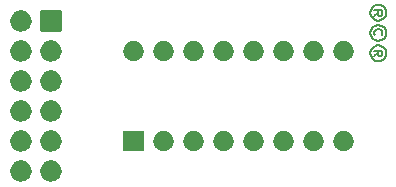
<source format=gbr>
G04 #@! TF.GenerationSoftware,KiCad,Pcbnew,5.99.0-unknown-r17121-d4cea0f2*
G04 #@! TF.CreationDate,2019-12-07T19:13:35-06:00*
G04 #@! TF.ProjectId,8_led_pmod,385f6c65-645f-4706-9d6f-642e6b696361,A*
G04 #@! TF.SameCoordinates,Original*
G04 #@! TF.FileFunction,Soldermask,Top*
G04 #@! TF.FilePolarity,Negative*
%FSLAX46Y46*%
G04 Gerber Fmt 4.6, Leading zero omitted, Abs format (unit mm)*
G04 Created by KiCad (PCBNEW 5.99.0-unknown-r17121-d4cea0f2) date 2019-12-07 19:13:35*
%MOMM*%
%LPD*%
G04 APERTURE LIST*
%ADD10C,0.150000*%
G04 APERTURE END LIST*
D10*
X144216476Y-84629809D02*
X144502190Y-84391714D01*
X144216476Y-84201238D02*
X144883142Y-84201238D01*
X144883142Y-84486952D01*
X144835523Y-84582190D01*
X144740285Y-84629809D01*
X144645047Y-84629809D01*
X144549809Y-84582190D01*
X144502190Y-84486952D01*
X144502190Y-84201238D01*
X145216476Y-84391714D02*
X145168857Y-84153619D01*
X145026000Y-83915523D01*
X144787904Y-83772666D01*
X144549809Y-83725047D01*
X144311714Y-83772666D01*
X144073619Y-83915523D01*
X143930761Y-84153619D01*
X143883142Y-84391714D01*
X143930761Y-84629809D01*
X144073619Y-84867904D01*
X144311714Y-85010761D01*
X144549809Y-85058380D01*
X144787904Y-85010761D01*
X145026000Y-84867904D01*
X145168857Y-84629809D01*
X145216476Y-84391714D01*
X144835523Y-86296476D02*
X144883142Y-86201238D01*
X144883142Y-86010761D01*
X144835523Y-85915523D01*
X144740285Y-85820285D01*
X144645047Y-85772666D01*
X144454571Y-85772666D01*
X144359333Y-85820285D01*
X144264095Y-85915523D01*
X144216476Y-86010761D01*
X144216476Y-86201238D01*
X144264095Y-86296476D01*
X145216476Y-86106000D02*
X145168857Y-85867904D01*
X145026000Y-85629809D01*
X144787904Y-85486952D01*
X144549809Y-85439333D01*
X144311714Y-85486952D01*
X144073619Y-85629809D01*
X143930761Y-85867904D01*
X143883142Y-86106000D01*
X143930761Y-86344095D01*
X144073619Y-86582190D01*
X144311714Y-86725047D01*
X144549809Y-86772666D01*
X144787904Y-86725047D01*
X145026000Y-86582190D01*
X145168857Y-86344095D01*
X145216476Y-86106000D01*
X144216476Y-88058380D02*
X144502190Y-87820285D01*
X144216476Y-87629809D02*
X144883142Y-87629809D01*
X144883142Y-87915523D01*
X144835523Y-88010761D01*
X144740285Y-88058380D01*
X144645047Y-88058380D01*
X144549809Y-88010761D01*
X144502190Y-87915523D01*
X144502190Y-87629809D01*
X145216476Y-87820285D02*
X145168857Y-87582190D01*
X145026000Y-87344095D01*
X144787904Y-87201238D01*
X144549809Y-87153619D01*
X144311714Y-87201238D01*
X144073619Y-87344095D01*
X143930761Y-87582190D01*
X143883142Y-87820285D01*
X143930761Y-88058380D01*
X144073619Y-88296476D01*
X144311714Y-88439333D01*
X144549809Y-88486952D01*
X144787904Y-88439333D01*
X145026000Y-88296476D01*
X145168857Y-88058380D01*
X145216476Y-87820285D01*
G36*
X116889902Y-96889283D02*
G01*
X116934637Y-96889595D01*
X116978460Y-96898590D01*
X117028360Y-96903835D01*
X117070132Y-96917408D01*
X117107723Y-96925124D01*
X117154851Y-96944935D01*
X117208488Y-96962363D01*
X117241099Y-96981191D01*
X117270614Y-96993598D01*
X117318301Y-97025763D01*
X117372511Y-97057061D01*
X117395826Y-97078054D01*
X117417101Y-97092404D01*
X117462183Y-97137802D01*
X117513261Y-97183793D01*
X117528003Y-97204083D01*
X117541608Y-97217784D01*
X117580643Y-97276537D01*
X117624586Y-97337019D01*
X117632221Y-97354168D01*
X117639388Y-97364955D01*
X117668865Y-97436472D01*
X117701621Y-97510042D01*
X117704211Y-97522225D01*
X117706724Y-97528323D01*
X117723292Y-97611997D01*
X117740999Y-97695301D01*
X117740999Y-97884699D01*
X117738115Y-97898269D01*
X117738030Y-97904331D01*
X117719342Y-97986585D01*
X117701621Y-98069958D01*
X117699129Y-98075555D01*
X117699078Y-98075780D01*
X117627210Y-98237197D01*
X117627078Y-98237385D01*
X117624586Y-98242981D01*
X117574480Y-98311946D01*
X117525357Y-98381582D01*
X117520585Y-98386126D01*
X117513261Y-98396207D01*
X117453396Y-98450110D01*
X117397396Y-98503438D01*
X117386464Y-98510376D01*
X117372511Y-98522939D01*
X117307764Y-98560321D01*
X117248211Y-98598114D01*
X117230209Y-98605097D01*
X117208488Y-98617637D01*
X117143115Y-98638878D01*
X117083468Y-98662014D01*
X117058200Y-98666469D01*
X117028360Y-98676165D01*
X116966095Y-98682709D01*
X116909460Y-98692695D01*
X116877459Y-98692025D01*
X116840000Y-98695962D01*
X116783902Y-98690066D01*
X116732799Y-98688996D01*
X116695323Y-98680756D01*
X116651640Y-98676165D01*
X116603917Y-98660659D01*
X116560225Y-98651052D01*
X116519230Y-98633142D01*
X116471512Y-98617637D01*
X116433473Y-98595675D01*
X116398310Y-98580313D01*
X116356337Y-98551141D01*
X116307489Y-98522939D01*
X116279504Y-98497741D01*
X116253215Y-98479470D01*
X116213257Y-98438092D01*
X116166739Y-98396207D01*
X116148296Y-98370823D01*
X116130473Y-98352366D01*
X116095821Y-98298597D01*
X116055414Y-98242981D01*
X116045212Y-98220066D01*
X116034754Y-98203839D01*
X116008789Y-98138261D01*
X115978379Y-98069958D01*
X115974476Y-98051596D01*
X115969707Y-98039551D01*
X115955740Y-97963448D01*
X115939001Y-97884699D01*
X115939001Y-97872246D01*
X115937811Y-97865762D01*
X115939001Y-97780535D01*
X115939001Y-97695301D01*
X115940275Y-97689308D01*
X115940278Y-97689077D01*
X115977015Y-97516246D01*
X115977105Y-97516036D01*
X115978379Y-97510042D01*
X116013042Y-97432188D01*
X116046622Y-97353839D01*
X116050348Y-97348397D01*
X116055414Y-97337019D01*
X116102746Y-97271872D01*
X116146452Y-97208041D01*
X116155706Y-97198979D01*
X116166739Y-97183793D01*
X116222297Y-97133769D01*
X116272693Y-97084417D01*
X116288848Y-97073846D01*
X116307489Y-97057061D01*
X116367026Y-97022687D01*
X116420551Y-96987662D01*
X116444340Y-96978050D01*
X116471512Y-96962363D01*
X116531045Y-96943019D01*
X116584376Y-96921472D01*
X116615820Y-96915474D01*
X116651640Y-96903835D01*
X116707744Y-96897938D01*
X116757945Y-96888362D01*
X116796312Y-96888630D01*
X116840000Y-96884038D01*
X116889902Y-96889283D01*
G37*
G36*
X114349902Y-96889283D02*
G01*
X114394637Y-96889595D01*
X114438460Y-96898590D01*
X114488360Y-96903835D01*
X114530132Y-96917408D01*
X114567723Y-96925124D01*
X114614851Y-96944935D01*
X114668488Y-96962363D01*
X114701099Y-96981191D01*
X114730614Y-96993598D01*
X114778301Y-97025763D01*
X114832511Y-97057061D01*
X114855826Y-97078054D01*
X114877101Y-97092404D01*
X114922183Y-97137802D01*
X114973261Y-97183793D01*
X114988003Y-97204083D01*
X115001608Y-97217784D01*
X115040643Y-97276537D01*
X115084586Y-97337019D01*
X115092221Y-97354168D01*
X115099388Y-97364955D01*
X115128865Y-97436472D01*
X115161621Y-97510042D01*
X115164211Y-97522225D01*
X115166724Y-97528323D01*
X115183292Y-97611997D01*
X115200999Y-97695301D01*
X115200999Y-97884699D01*
X115198115Y-97898269D01*
X115198030Y-97904331D01*
X115179342Y-97986585D01*
X115161621Y-98069958D01*
X115159129Y-98075555D01*
X115159078Y-98075780D01*
X115087210Y-98237197D01*
X115087078Y-98237385D01*
X115084586Y-98242981D01*
X115034480Y-98311946D01*
X114985357Y-98381582D01*
X114980585Y-98386126D01*
X114973261Y-98396207D01*
X114913396Y-98450110D01*
X114857396Y-98503438D01*
X114846464Y-98510376D01*
X114832511Y-98522939D01*
X114767764Y-98560321D01*
X114708211Y-98598114D01*
X114690209Y-98605097D01*
X114668488Y-98617637D01*
X114603115Y-98638878D01*
X114543468Y-98662014D01*
X114518200Y-98666469D01*
X114488360Y-98676165D01*
X114426095Y-98682709D01*
X114369460Y-98692695D01*
X114337459Y-98692025D01*
X114300000Y-98695962D01*
X114243902Y-98690066D01*
X114192799Y-98688996D01*
X114155323Y-98680756D01*
X114111640Y-98676165D01*
X114063917Y-98660659D01*
X114020225Y-98651052D01*
X113979230Y-98633142D01*
X113931512Y-98617637D01*
X113893473Y-98595675D01*
X113858310Y-98580313D01*
X113816337Y-98551141D01*
X113767489Y-98522939D01*
X113739504Y-98497741D01*
X113713215Y-98479470D01*
X113673257Y-98438092D01*
X113626739Y-98396207D01*
X113608296Y-98370823D01*
X113590473Y-98352366D01*
X113555821Y-98298597D01*
X113515414Y-98242981D01*
X113505212Y-98220066D01*
X113494754Y-98203839D01*
X113468789Y-98138261D01*
X113438379Y-98069958D01*
X113434476Y-98051596D01*
X113429707Y-98039551D01*
X113415740Y-97963448D01*
X113399001Y-97884699D01*
X113399001Y-97872246D01*
X113397811Y-97865762D01*
X113399001Y-97780535D01*
X113399001Y-97695301D01*
X113400275Y-97689308D01*
X113400278Y-97689077D01*
X113437015Y-97516246D01*
X113437105Y-97516036D01*
X113438379Y-97510042D01*
X113473042Y-97432188D01*
X113506622Y-97353839D01*
X113510348Y-97348397D01*
X113515414Y-97337019D01*
X113562746Y-97271872D01*
X113606452Y-97208041D01*
X113615706Y-97198979D01*
X113626739Y-97183793D01*
X113682297Y-97133769D01*
X113732693Y-97084417D01*
X113748848Y-97073846D01*
X113767489Y-97057061D01*
X113827026Y-97022687D01*
X113880551Y-96987662D01*
X113904340Y-96978050D01*
X113931512Y-96962363D01*
X113991045Y-96943019D01*
X114044376Y-96921472D01*
X114075820Y-96915474D01*
X114111640Y-96903835D01*
X114167744Y-96897938D01*
X114217945Y-96888362D01*
X114256312Y-96888630D01*
X114300000Y-96884038D01*
X114349902Y-96889283D01*
G37*
G36*
X114349902Y-94349283D02*
G01*
X114394637Y-94349595D01*
X114438460Y-94358590D01*
X114488360Y-94363835D01*
X114530132Y-94377408D01*
X114567723Y-94385124D01*
X114614851Y-94404935D01*
X114668488Y-94422363D01*
X114701099Y-94441191D01*
X114730614Y-94453598D01*
X114778301Y-94485763D01*
X114832511Y-94517061D01*
X114855826Y-94538054D01*
X114877101Y-94552404D01*
X114922183Y-94597802D01*
X114973261Y-94643793D01*
X114988003Y-94664083D01*
X115001608Y-94677784D01*
X115040643Y-94736537D01*
X115084586Y-94797019D01*
X115092221Y-94814168D01*
X115099388Y-94824955D01*
X115128865Y-94896472D01*
X115161621Y-94970042D01*
X115164211Y-94982225D01*
X115166724Y-94988323D01*
X115183292Y-95071997D01*
X115200999Y-95155301D01*
X115200999Y-95344699D01*
X115198115Y-95358269D01*
X115198030Y-95364331D01*
X115179342Y-95446585D01*
X115161621Y-95529958D01*
X115159129Y-95535555D01*
X115159078Y-95535780D01*
X115087210Y-95697197D01*
X115087078Y-95697385D01*
X115084586Y-95702981D01*
X115034480Y-95771946D01*
X114985357Y-95841582D01*
X114980585Y-95846126D01*
X114973261Y-95856207D01*
X114913396Y-95910110D01*
X114857396Y-95963438D01*
X114846464Y-95970376D01*
X114832511Y-95982939D01*
X114767764Y-96020321D01*
X114708211Y-96058114D01*
X114690209Y-96065097D01*
X114668488Y-96077637D01*
X114603115Y-96098878D01*
X114543468Y-96122014D01*
X114518200Y-96126469D01*
X114488360Y-96136165D01*
X114426095Y-96142709D01*
X114369460Y-96152695D01*
X114337459Y-96152025D01*
X114300000Y-96155962D01*
X114243902Y-96150066D01*
X114192799Y-96148996D01*
X114155323Y-96140756D01*
X114111640Y-96136165D01*
X114063917Y-96120659D01*
X114020225Y-96111052D01*
X113979230Y-96093142D01*
X113931512Y-96077637D01*
X113893473Y-96055675D01*
X113858310Y-96040313D01*
X113816337Y-96011141D01*
X113767489Y-95982939D01*
X113739504Y-95957741D01*
X113713215Y-95939470D01*
X113673257Y-95898092D01*
X113626739Y-95856207D01*
X113608296Y-95830823D01*
X113590473Y-95812366D01*
X113555821Y-95758597D01*
X113515414Y-95702981D01*
X113505212Y-95680066D01*
X113494754Y-95663839D01*
X113468789Y-95598261D01*
X113438379Y-95529958D01*
X113434476Y-95511596D01*
X113429707Y-95499551D01*
X113415740Y-95423448D01*
X113399001Y-95344699D01*
X113399001Y-95332246D01*
X113397811Y-95325762D01*
X113399001Y-95240535D01*
X113399001Y-95155301D01*
X113400275Y-95149308D01*
X113400278Y-95149077D01*
X113437015Y-94976246D01*
X113437105Y-94976036D01*
X113438379Y-94970042D01*
X113473042Y-94892188D01*
X113506622Y-94813839D01*
X113510348Y-94808397D01*
X113515414Y-94797019D01*
X113562746Y-94731872D01*
X113606452Y-94668041D01*
X113615706Y-94658979D01*
X113626739Y-94643793D01*
X113682297Y-94593769D01*
X113732693Y-94544417D01*
X113748848Y-94533846D01*
X113767489Y-94517061D01*
X113827026Y-94482687D01*
X113880551Y-94447662D01*
X113904340Y-94438050D01*
X113931512Y-94422363D01*
X113991045Y-94403019D01*
X114044376Y-94381472D01*
X114075820Y-94375474D01*
X114111640Y-94363835D01*
X114167744Y-94357938D01*
X114217945Y-94348362D01*
X114256312Y-94348630D01*
X114300000Y-94344038D01*
X114349902Y-94349283D01*
G37*
G36*
X116889902Y-94349283D02*
G01*
X116934637Y-94349595D01*
X116978460Y-94358590D01*
X117028360Y-94363835D01*
X117070132Y-94377408D01*
X117107723Y-94385124D01*
X117154851Y-94404935D01*
X117208488Y-94422363D01*
X117241099Y-94441191D01*
X117270614Y-94453598D01*
X117318301Y-94485763D01*
X117372511Y-94517061D01*
X117395826Y-94538054D01*
X117417101Y-94552404D01*
X117462183Y-94597802D01*
X117513261Y-94643793D01*
X117528003Y-94664083D01*
X117541608Y-94677784D01*
X117580643Y-94736537D01*
X117624586Y-94797019D01*
X117632221Y-94814168D01*
X117639388Y-94824955D01*
X117668865Y-94896472D01*
X117701621Y-94970042D01*
X117704211Y-94982225D01*
X117706724Y-94988323D01*
X117723292Y-95071997D01*
X117740999Y-95155301D01*
X117740999Y-95344699D01*
X117738115Y-95358269D01*
X117738030Y-95364331D01*
X117719342Y-95446585D01*
X117701621Y-95529958D01*
X117699129Y-95535555D01*
X117699078Y-95535780D01*
X117627210Y-95697197D01*
X117627078Y-95697385D01*
X117624586Y-95702981D01*
X117574480Y-95771946D01*
X117525357Y-95841582D01*
X117520585Y-95846126D01*
X117513261Y-95856207D01*
X117453396Y-95910110D01*
X117397396Y-95963438D01*
X117386464Y-95970376D01*
X117372511Y-95982939D01*
X117307764Y-96020321D01*
X117248211Y-96058114D01*
X117230209Y-96065097D01*
X117208488Y-96077637D01*
X117143115Y-96098878D01*
X117083468Y-96122014D01*
X117058200Y-96126469D01*
X117028360Y-96136165D01*
X116966095Y-96142709D01*
X116909460Y-96152695D01*
X116877459Y-96152025D01*
X116840000Y-96155962D01*
X116783902Y-96150066D01*
X116732799Y-96148996D01*
X116695323Y-96140756D01*
X116651640Y-96136165D01*
X116603917Y-96120659D01*
X116560225Y-96111052D01*
X116519230Y-96093142D01*
X116471512Y-96077637D01*
X116433473Y-96055675D01*
X116398310Y-96040313D01*
X116356337Y-96011141D01*
X116307489Y-95982939D01*
X116279504Y-95957741D01*
X116253215Y-95939470D01*
X116213257Y-95898092D01*
X116166739Y-95856207D01*
X116148296Y-95830823D01*
X116130473Y-95812366D01*
X116095821Y-95758597D01*
X116055414Y-95702981D01*
X116045212Y-95680066D01*
X116034754Y-95663839D01*
X116008789Y-95598261D01*
X115978379Y-95529958D01*
X115974476Y-95511596D01*
X115969707Y-95499551D01*
X115955740Y-95423448D01*
X115939001Y-95344699D01*
X115939001Y-95332246D01*
X115937811Y-95325762D01*
X115939001Y-95240535D01*
X115939001Y-95155301D01*
X115940275Y-95149308D01*
X115940278Y-95149077D01*
X115977015Y-94976246D01*
X115977105Y-94976036D01*
X115978379Y-94970042D01*
X116013042Y-94892188D01*
X116046622Y-94813839D01*
X116050348Y-94808397D01*
X116055414Y-94797019D01*
X116102746Y-94731872D01*
X116146452Y-94668041D01*
X116155706Y-94658979D01*
X116166739Y-94643793D01*
X116222297Y-94593769D01*
X116272693Y-94544417D01*
X116288848Y-94533846D01*
X116307489Y-94517061D01*
X116367026Y-94482687D01*
X116420551Y-94447662D01*
X116444340Y-94438050D01*
X116471512Y-94422363D01*
X116531045Y-94403019D01*
X116584376Y-94381472D01*
X116615820Y-94375474D01*
X116651640Y-94363835D01*
X116707744Y-94357938D01*
X116757945Y-94348362D01*
X116796312Y-94348630D01*
X116840000Y-94344038D01*
X116889902Y-94349283D01*
G37*
G36*
X133987976Y-94397826D02*
G01*
X134029766Y-94395782D01*
X134074056Y-94402639D01*
X134124810Y-94405476D01*
X134165163Y-94416743D01*
X134200621Y-94422232D01*
X134248204Y-94439928D01*
X134302898Y-94455199D01*
X134334622Y-94472067D01*
X134362659Y-94482494D01*
X134410757Y-94512549D01*
X134466153Y-94542004D01*
X134488968Y-94561421D01*
X134509271Y-94574108D01*
X134554641Y-94617313D01*
X134606961Y-94661841D01*
X134621463Y-94680947D01*
X134634472Y-94693335D01*
X134673616Y-94749655D01*
X134718751Y-94809118D01*
X134726302Y-94825459D01*
X134733142Y-94835301D01*
X134762508Y-94903817D01*
X134796307Y-94976965D01*
X134798885Y-94988692D01*
X134801247Y-94994202D01*
X134817429Y-95073036D01*
X134836011Y-95157551D01*
X134835345Y-95348388D01*
X134816181Y-95432738D01*
X134799443Y-95511485D01*
X134797041Y-95516982D01*
X134794381Y-95528692D01*
X134760069Y-95601609D01*
X134730227Y-95669915D01*
X134723318Y-95679709D01*
X134715655Y-95695994D01*
X134670114Y-95755130D01*
X134630570Y-95811187D01*
X134617472Y-95823487D01*
X134602840Y-95842487D01*
X134550227Y-95886635D01*
X134504544Y-95929534D01*
X134484147Y-95942082D01*
X134461199Y-95961338D01*
X134405600Y-95990405D01*
X134357293Y-96020123D01*
X134329184Y-96030354D01*
X134297341Y-96047001D01*
X134242534Y-96061892D01*
X134194831Y-96079254D01*
X134159340Y-96084495D01*
X134118911Y-96095479D01*
X134068139Y-96097962D01*
X134023803Y-96104509D01*
X133982027Y-96102174D01*
X133934233Y-96104511D01*
X133889992Y-96097028D01*
X133851189Y-96094859D01*
X133804980Y-96082650D01*
X133751923Y-96073676D01*
X133715839Y-96059097D01*
X133684035Y-96050694D01*
X133635897Y-96026799D01*
X133580488Y-96004412D01*
X133553311Y-95985804D01*
X133529182Y-95973826D01*
X133482128Y-95937063D01*
X133427926Y-95899950D01*
X133409469Y-95880295D01*
X133392950Y-95867389D01*
X133350400Y-95817393D01*
X133301354Y-95765164D01*
X133290608Y-95747138D01*
X133280896Y-95735726D01*
X133246401Y-95672981D01*
X133206678Y-95606344D01*
X133201943Y-95592111D01*
X133197610Y-95584229D01*
X133174692Y-95510192D01*
X133148314Y-95430898D01*
X133147372Y-95421934D01*
X133146486Y-95419072D01*
X133138347Y-95336068D01*
X133128987Y-95247012D01*
X133138967Y-95158044D01*
X133147687Y-95075078D01*
X133148593Y-95072220D01*
X133149598Y-95063265D01*
X133176530Y-94984153D01*
X133199963Y-94910281D01*
X133204350Y-94902432D01*
X133209184Y-94888231D01*
X133249382Y-94821857D01*
X133284304Y-94759371D01*
X133294092Y-94748031D01*
X133304967Y-94730075D01*
X133354385Y-94678181D01*
X133397273Y-94628495D01*
X133413879Y-94615707D01*
X133432477Y-94596177D01*
X133486952Y-94559433D01*
X133534250Y-94523009D01*
X133558458Y-94511202D01*
X133585765Y-94492783D01*
X133641319Y-94470787D01*
X133689633Y-94447223D01*
X133721503Y-94439040D01*
X133757679Y-94424717D01*
X133810795Y-94416114D01*
X133857088Y-94404228D01*
X133895903Y-94402330D01*
X133940199Y-94395155D01*
X133987976Y-94397826D01*
G37*
G36*
X136527976Y-94397826D02*
G01*
X136569766Y-94395782D01*
X136614056Y-94402639D01*
X136664810Y-94405476D01*
X136705163Y-94416743D01*
X136740621Y-94422232D01*
X136788204Y-94439928D01*
X136842898Y-94455199D01*
X136874622Y-94472067D01*
X136902659Y-94482494D01*
X136950757Y-94512549D01*
X137006153Y-94542004D01*
X137028968Y-94561421D01*
X137049271Y-94574108D01*
X137094641Y-94617313D01*
X137146961Y-94661841D01*
X137161463Y-94680947D01*
X137174472Y-94693335D01*
X137213616Y-94749655D01*
X137258751Y-94809118D01*
X137266302Y-94825459D01*
X137273142Y-94835301D01*
X137302508Y-94903817D01*
X137336307Y-94976965D01*
X137338885Y-94988692D01*
X137341247Y-94994202D01*
X137357429Y-95073036D01*
X137376011Y-95157551D01*
X137375345Y-95348388D01*
X137356181Y-95432738D01*
X137339443Y-95511485D01*
X137337041Y-95516982D01*
X137334381Y-95528692D01*
X137300069Y-95601609D01*
X137270227Y-95669915D01*
X137263318Y-95679709D01*
X137255655Y-95695994D01*
X137210114Y-95755130D01*
X137170570Y-95811187D01*
X137157472Y-95823487D01*
X137142840Y-95842487D01*
X137090227Y-95886635D01*
X137044544Y-95929534D01*
X137024147Y-95942082D01*
X137001199Y-95961338D01*
X136945600Y-95990405D01*
X136897293Y-96020123D01*
X136869184Y-96030354D01*
X136837341Y-96047001D01*
X136782534Y-96061892D01*
X136734831Y-96079254D01*
X136699340Y-96084495D01*
X136658911Y-96095479D01*
X136608139Y-96097962D01*
X136563803Y-96104509D01*
X136522027Y-96102174D01*
X136474233Y-96104511D01*
X136429992Y-96097028D01*
X136391189Y-96094859D01*
X136344980Y-96082650D01*
X136291923Y-96073676D01*
X136255839Y-96059097D01*
X136224035Y-96050694D01*
X136175897Y-96026799D01*
X136120488Y-96004412D01*
X136093311Y-95985804D01*
X136069182Y-95973826D01*
X136022128Y-95937063D01*
X135967926Y-95899950D01*
X135949469Y-95880295D01*
X135932950Y-95867389D01*
X135890400Y-95817393D01*
X135841354Y-95765164D01*
X135830608Y-95747138D01*
X135820896Y-95735726D01*
X135786401Y-95672981D01*
X135746678Y-95606344D01*
X135741943Y-95592111D01*
X135737610Y-95584229D01*
X135714692Y-95510192D01*
X135688314Y-95430898D01*
X135687372Y-95421934D01*
X135686486Y-95419072D01*
X135678347Y-95336068D01*
X135668987Y-95247012D01*
X135678967Y-95158044D01*
X135687687Y-95075078D01*
X135688593Y-95072220D01*
X135689598Y-95063265D01*
X135716530Y-94984153D01*
X135739963Y-94910281D01*
X135744350Y-94902432D01*
X135749184Y-94888231D01*
X135789382Y-94821857D01*
X135824304Y-94759371D01*
X135834092Y-94748031D01*
X135844967Y-94730075D01*
X135894385Y-94678181D01*
X135937273Y-94628495D01*
X135953879Y-94615707D01*
X135972477Y-94596177D01*
X136026952Y-94559433D01*
X136074250Y-94523009D01*
X136098458Y-94511202D01*
X136125765Y-94492783D01*
X136181319Y-94470787D01*
X136229633Y-94447223D01*
X136261503Y-94439040D01*
X136297679Y-94424717D01*
X136350795Y-94416114D01*
X136397088Y-94404228D01*
X136435903Y-94402330D01*
X136480199Y-94395155D01*
X136527976Y-94397826D01*
G37*
G36*
X131447976Y-94397826D02*
G01*
X131489766Y-94395782D01*
X131534056Y-94402639D01*
X131584810Y-94405476D01*
X131625163Y-94416743D01*
X131660621Y-94422232D01*
X131708204Y-94439928D01*
X131762898Y-94455199D01*
X131794622Y-94472067D01*
X131822659Y-94482494D01*
X131870757Y-94512549D01*
X131926153Y-94542004D01*
X131948968Y-94561421D01*
X131969271Y-94574108D01*
X132014641Y-94617313D01*
X132066961Y-94661841D01*
X132081463Y-94680947D01*
X132094472Y-94693335D01*
X132133616Y-94749655D01*
X132178751Y-94809118D01*
X132186302Y-94825459D01*
X132193142Y-94835301D01*
X132222508Y-94903817D01*
X132256307Y-94976965D01*
X132258885Y-94988692D01*
X132261247Y-94994202D01*
X132277429Y-95073036D01*
X132296011Y-95157551D01*
X132295345Y-95348388D01*
X132276181Y-95432738D01*
X132259443Y-95511485D01*
X132257041Y-95516982D01*
X132254381Y-95528692D01*
X132220069Y-95601609D01*
X132190227Y-95669915D01*
X132183318Y-95679709D01*
X132175655Y-95695994D01*
X132130114Y-95755130D01*
X132090570Y-95811187D01*
X132077472Y-95823487D01*
X132062840Y-95842487D01*
X132010227Y-95886635D01*
X131964544Y-95929534D01*
X131944147Y-95942082D01*
X131921199Y-95961338D01*
X131865600Y-95990405D01*
X131817293Y-96020123D01*
X131789184Y-96030354D01*
X131757341Y-96047001D01*
X131702534Y-96061892D01*
X131654831Y-96079254D01*
X131619340Y-96084495D01*
X131578911Y-96095479D01*
X131528139Y-96097962D01*
X131483803Y-96104509D01*
X131442027Y-96102174D01*
X131394233Y-96104511D01*
X131349992Y-96097028D01*
X131311189Y-96094859D01*
X131264980Y-96082650D01*
X131211923Y-96073676D01*
X131175839Y-96059097D01*
X131144035Y-96050694D01*
X131095897Y-96026799D01*
X131040488Y-96004412D01*
X131013311Y-95985804D01*
X130989182Y-95973826D01*
X130942128Y-95937063D01*
X130887926Y-95899950D01*
X130869469Y-95880295D01*
X130852950Y-95867389D01*
X130810400Y-95817393D01*
X130761354Y-95765164D01*
X130750608Y-95747138D01*
X130740896Y-95735726D01*
X130706401Y-95672981D01*
X130666678Y-95606344D01*
X130661943Y-95592111D01*
X130657610Y-95584229D01*
X130634692Y-95510192D01*
X130608314Y-95430898D01*
X130607372Y-95421934D01*
X130606486Y-95419072D01*
X130598347Y-95336068D01*
X130588987Y-95247012D01*
X130598967Y-95158044D01*
X130607687Y-95075078D01*
X130608593Y-95072220D01*
X130609598Y-95063265D01*
X130636530Y-94984153D01*
X130659963Y-94910281D01*
X130664350Y-94902432D01*
X130669184Y-94888231D01*
X130709382Y-94821857D01*
X130744304Y-94759371D01*
X130754092Y-94748031D01*
X130764967Y-94730075D01*
X130814385Y-94678181D01*
X130857273Y-94628495D01*
X130873879Y-94615707D01*
X130892477Y-94596177D01*
X130946952Y-94559433D01*
X130994250Y-94523009D01*
X131018458Y-94511202D01*
X131045765Y-94492783D01*
X131101319Y-94470787D01*
X131149633Y-94447223D01*
X131181503Y-94439040D01*
X131217679Y-94424717D01*
X131270795Y-94416114D01*
X131317088Y-94404228D01*
X131355903Y-94402330D01*
X131400199Y-94395155D01*
X131447976Y-94397826D01*
G37*
G36*
X139067976Y-94397826D02*
G01*
X139109766Y-94395782D01*
X139154056Y-94402639D01*
X139204810Y-94405476D01*
X139245163Y-94416743D01*
X139280621Y-94422232D01*
X139328204Y-94439928D01*
X139382898Y-94455199D01*
X139414622Y-94472067D01*
X139442659Y-94482494D01*
X139490757Y-94512549D01*
X139546153Y-94542004D01*
X139568968Y-94561421D01*
X139589271Y-94574108D01*
X139634641Y-94617313D01*
X139686961Y-94661841D01*
X139701463Y-94680947D01*
X139714472Y-94693335D01*
X139753616Y-94749655D01*
X139798751Y-94809118D01*
X139806302Y-94825459D01*
X139813142Y-94835301D01*
X139842508Y-94903817D01*
X139876307Y-94976965D01*
X139878885Y-94988692D01*
X139881247Y-94994202D01*
X139897429Y-95073036D01*
X139916011Y-95157551D01*
X139915345Y-95348388D01*
X139896181Y-95432738D01*
X139879443Y-95511485D01*
X139877041Y-95516982D01*
X139874381Y-95528692D01*
X139840069Y-95601609D01*
X139810227Y-95669915D01*
X139803318Y-95679709D01*
X139795655Y-95695994D01*
X139750114Y-95755130D01*
X139710570Y-95811187D01*
X139697472Y-95823487D01*
X139682840Y-95842487D01*
X139630227Y-95886635D01*
X139584544Y-95929534D01*
X139564147Y-95942082D01*
X139541199Y-95961338D01*
X139485600Y-95990405D01*
X139437293Y-96020123D01*
X139409184Y-96030354D01*
X139377341Y-96047001D01*
X139322534Y-96061892D01*
X139274831Y-96079254D01*
X139239340Y-96084495D01*
X139198911Y-96095479D01*
X139148139Y-96097962D01*
X139103803Y-96104509D01*
X139062027Y-96102174D01*
X139014233Y-96104511D01*
X138969992Y-96097028D01*
X138931189Y-96094859D01*
X138884980Y-96082650D01*
X138831923Y-96073676D01*
X138795839Y-96059097D01*
X138764035Y-96050694D01*
X138715897Y-96026799D01*
X138660488Y-96004412D01*
X138633311Y-95985804D01*
X138609182Y-95973826D01*
X138562128Y-95937063D01*
X138507926Y-95899950D01*
X138489469Y-95880295D01*
X138472950Y-95867389D01*
X138430400Y-95817393D01*
X138381354Y-95765164D01*
X138370608Y-95747138D01*
X138360896Y-95735726D01*
X138326401Y-95672981D01*
X138286678Y-95606344D01*
X138281943Y-95592111D01*
X138277610Y-95584229D01*
X138254692Y-95510192D01*
X138228314Y-95430898D01*
X138227372Y-95421934D01*
X138226486Y-95419072D01*
X138218347Y-95336068D01*
X138208987Y-95247012D01*
X138218967Y-95158044D01*
X138227687Y-95075078D01*
X138228593Y-95072220D01*
X138229598Y-95063265D01*
X138256530Y-94984153D01*
X138279963Y-94910281D01*
X138284350Y-94902432D01*
X138289184Y-94888231D01*
X138329382Y-94821857D01*
X138364304Y-94759371D01*
X138374092Y-94748031D01*
X138384967Y-94730075D01*
X138434385Y-94678181D01*
X138477273Y-94628495D01*
X138493879Y-94615707D01*
X138512477Y-94596177D01*
X138566952Y-94559433D01*
X138614250Y-94523009D01*
X138638458Y-94511202D01*
X138665765Y-94492783D01*
X138721319Y-94470787D01*
X138769633Y-94447223D01*
X138801503Y-94439040D01*
X138837679Y-94424717D01*
X138890795Y-94416114D01*
X138937088Y-94404228D01*
X138975903Y-94402330D01*
X139020199Y-94395155D01*
X139067976Y-94397826D01*
G37*
G36*
X141607976Y-94397826D02*
G01*
X141649766Y-94395782D01*
X141694056Y-94402639D01*
X141744810Y-94405476D01*
X141785163Y-94416743D01*
X141820621Y-94422232D01*
X141868204Y-94439928D01*
X141922898Y-94455199D01*
X141954622Y-94472067D01*
X141982659Y-94482494D01*
X142030757Y-94512549D01*
X142086153Y-94542004D01*
X142108968Y-94561421D01*
X142129271Y-94574108D01*
X142174641Y-94617313D01*
X142226961Y-94661841D01*
X142241463Y-94680947D01*
X142254472Y-94693335D01*
X142293616Y-94749655D01*
X142338751Y-94809118D01*
X142346302Y-94825459D01*
X142353142Y-94835301D01*
X142382508Y-94903817D01*
X142416307Y-94976965D01*
X142418885Y-94988692D01*
X142421247Y-94994202D01*
X142437429Y-95073036D01*
X142456011Y-95157551D01*
X142455345Y-95348388D01*
X142436181Y-95432738D01*
X142419443Y-95511485D01*
X142417041Y-95516982D01*
X142414381Y-95528692D01*
X142380069Y-95601609D01*
X142350227Y-95669915D01*
X142343318Y-95679709D01*
X142335655Y-95695994D01*
X142290114Y-95755130D01*
X142250570Y-95811187D01*
X142237472Y-95823487D01*
X142222840Y-95842487D01*
X142170227Y-95886635D01*
X142124544Y-95929534D01*
X142104147Y-95942082D01*
X142081199Y-95961338D01*
X142025600Y-95990405D01*
X141977293Y-96020123D01*
X141949184Y-96030354D01*
X141917341Y-96047001D01*
X141862534Y-96061892D01*
X141814831Y-96079254D01*
X141779340Y-96084495D01*
X141738911Y-96095479D01*
X141688139Y-96097962D01*
X141643803Y-96104509D01*
X141602027Y-96102174D01*
X141554233Y-96104511D01*
X141509992Y-96097028D01*
X141471189Y-96094859D01*
X141424980Y-96082650D01*
X141371923Y-96073676D01*
X141335839Y-96059097D01*
X141304035Y-96050694D01*
X141255897Y-96026799D01*
X141200488Y-96004412D01*
X141173311Y-95985804D01*
X141149182Y-95973826D01*
X141102128Y-95937063D01*
X141047926Y-95899950D01*
X141029469Y-95880295D01*
X141012950Y-95867389D01*
X140970400Y-95817393D01*
X140921354Y-95765164D01*
X140910608Y-95747138D01*
X140900896Y-95735726D01*
X140866401Y-95672981D01*
X140826678Y-95606344D01*
X140821943Y-95592111D01*
X140817610Y-95584229D01*
X140794692Y-95510192D01*
X140768314Y-95430898D01*
X140767372Y-95421934D01*
X140766486Y-95419072D01*
X140758347Y-95336068D01*
X140748987Y-95247012D01*
X140758967Y-95158044D01*
X140767687Y-95075078D01*
X140768593Y-95072220D01*
X140769598Y-95063265D01*
X140796530Y-94984153D01*
X140819963Y-94910281D01*
X140824350Y-94902432D01*
X140829184Y-94888231D01*
X140869382Y-94821857D01*
X140904304Y-94759371D01*
X140914092Y-94748031D01*
X140924967Y-94730075D01*
X140974385Y-94678181D01*
X141017273Y-94628495D01*
X141033879Y-94615707D01*
X141052477Y-94596177D01*
X141106952Y-94559433D01*
X141154250Y-94523009D01*
X141178458Y-94511202D01*
X141205765Y-94492783D01*
X141261319Y-94470787D01*
X141309633Y-94447223D01*
X141341503Y-94439040D01*
X141377679Y-94424717D01*
X141430795Y-94416114D01*
X141477088Y-94404228D01*
X141515903Y-94402330D01*
X141560199Y-94395155D01*
X141607976Y-94397826D01*
G37*
G36*
X126367976Y-94397826D02*
G01*
X126409766Y-94395782D01*
X126454056Y-94402639D01*
X126504810Y-94405476D01*
X126545163Y-94416743D01*
X126580621Y-94422232D01*
X126628204Y-94439928D01*
X126682898Y-94455199D01*
X126714622Y-94472067D01*
X126742659Y-94482494D01*
X126790757Y-94512549D01*
X126846153Y-94542004D01*
X126868968Y-94561421D01*
X126889271Y-94574108D01*
X126934641Y-94617313D01*
X126986961Y-94661841D01*
X127001463Y-94680947D01*
X127014472Y-94693335D01*
X127053616Y-94749655D01*
X127098751Y-94809118D01*
X127106302Y-94825459D01*
X127113142Y-94835301D01*
X127142508Y-94903817D01*
X127176307Y-94976965D01*
X127178885Y-94988692D01*
X127181247Y-94994202D01*
X127197429Y-95073036D01*
X127216011Y-95157551D01*
X127215345Y-95348388D01*
X127196181Y-95432738D01*
X127179443Y-95511485D01*
X127177041Y-95516982D01*
X127174381Y-95528692D01*
X127140069Y-95601609D01*
X127110227Y-95669915D01*
X127103318Y-95679709D01*
X127095655Y-95695994D01*
X127050114Y-95755130D01*
X127010570Y-95811187D01*
X126997472Y-95823487D01*
X126982840Y-95842487D01*
X126930227Y-95886635D01*
X126884544Y-95929534D01*
X126864147Y-95942082D01*
X126841199Y-95961338D01*
X126785600Y-95990405D01*
X126737293Y-96020123D01*
X126709184Y-96030354D01*
X126677341Y-96047001D01*
X126622534Y-96061892D01*
X126574831Y-96079254D01*
X126539340Y-96084495D01*
X126498911Y-96095479D01*
X126448139Y-96097962D01*
X126403803Y-96104509D01*
X126362027Y-96102174D01*
X126314233Y-96104511D01*
X126269992Y-96097028D01*
X126231189Y-96094859D01*
X126184980Y-96082650D01*
X126131923Y-96073676D01*
X126095839Y-96059097D01*
X126064035Y-96050694D01*
X126015897Y-96026799D01*
X125960488Y-96004412D01*
X125933311Y-95985804D01*
X125909182Y-95973826D01*
X125862128Y-95937063D01*
X125807926Y-95899950D01*
X125789469Y-95880295D01*
X125772950Y-95867389D01*
X125730400Y-95817393D01*
X125681354Y-95765164D01*
X125670608Y-95747138D01*
X125660896Y-95735726D01*
X125626401Y-95672981D01*
X125586678Y-95606344D01*
X125581943Y-95592111D01*
X125577610Y-95584229D01*
X125554692Y-95510192D01*
X125528314Y-95430898D01*
X125527372Y-95421934D01*
X125526486Y-95419072D01*
X125518347Y-95336068D01*
X125508987Y-95247012D01*
X125518967Y-95158044D01*
X125527687Y-95075078D01*
X125528593Y-95072220D01*
X125529598Y-95063265D01*
X125556530Y-94984153D01*
X125579963Y-94910281D01*
X125584350Y-94902432D01*
X125589184Y-94888231D01*
X125629382Y-94821857D01*
X125664304Y-94759371D01*
X125674092Y-94748031D01*
X125684967Y-94730075D01*
X125734385Y-94678181D01*
X125777273Y-94628495D01*
X125793879Y-94615707D01*
X125812477Y-94596177D01*
X125866952Y-94559433D01*
X125914250Y-94523009D01*
X125938458Y-94511202D01*
X125965765Y-94492783D01*
X126021319Y-94470787D01*
X126069633Y-94447223D01*
X126101503Y-94439040D01*
X126137679Y-94424717D01*
X126190795Y-94416114D01*
X126237088Y-94404228D01*
X126275903Y-94402330D01*
X126320199Y-94395155D01*
X126367976Y-94397826D01*
G37*
G36*
X128907976Y-94397826D02*
G01*
X128949766Y-94395782D01*
X128994056Y-94402639D01*
X129044810Y-94405476D01*
X129085163Y-94416743D01*
X129120621Y-94422232D01*
X129168204Y-94439928D01*
X129222898Y-94455199D01*
X129254622Y-94472067D01*
X129282659Y-94482494D01*
X129330757Y-94512549D01*
X129386153Y-94542004D01*
X129408968Y-94561421D01*
X129429271Y-94574108D01*
X129474641Y-94617313D01*
X129526961Y-94661841D01*
X129541463Y-94680947D01*
X129554472Y-94693335D01*
X129593616Y-94749655D01*
X129638751Y-94809118D01*
X129646302Y-94825459D01*
X129653142Y-94835301D01*
X129682508Y-94903817D01*
X129716307Y-94976965D01*
X129718885Y-94988692D01*
X129721247Y-94994202D01*
X129737429Y-95073036D01*
X129756011Y-95157551D01*
X129755345Y-95348388D01*
X129736181Y-95432738D01*
X129719443Y-95511485D01*
X129717041Y-95516982D01*
X129714381Y-95528692D01*
X129680069Y-95601609D01*
X129650227Y-95669915D01*
X129643318Y-95679709D01*
X129635655Y-95695994D01*
X129590114Y-95755130D01*
X129550570Y-95811187D01*
X129537472Y-95823487D01*
X129522840Y-95842487D01*
X129470227Y-95886635D01*
X129424544Y-95929534D01*
X129404147Y-95942082D01*
X129381199Y-95961338D01*
X129325600Y-95990405D01*
X129277293Y-96020123D01*
X129249184Y-96030354D01*
X129217341Y-96047001D01*
X129162534Y-96061892D01*
X129114831Y-96079254D01*
X129079340Y-96084495D01*
X129038911Y-96095479D01*
X128988139Y-96097962D01*
X128943803Y-96104509D01*
X128902027Y-96102174D01*
X128854233Y-96104511D01*
X128809992Y-96097028D01*
X128771189Y-96094859D01*
X128724980Y-96082650D01*
X128671923Y-96073676D01*
X128635839Y-96059097D01*
X128604035Y-96050694D01*
X128555897Y-96026799D01*
X128500488Y-96004412D01*
X128473311Y-95985804D01*
X128449182Y-95973826D01*
X128402128Y-95937063D01*
X128347926Y-95899950D01*
X128329469Y-95880295D01*
X128312950Y-95867389D01*
X128270400Y-95817393D01*
X128221354Y-95765164D01*
X128210608Y-95747138D01*
X128200896Y-95735726D01*
X128166401Y-95672981D01*
X128126678Y-95606344D01*
X128121943Y-95592111D01*
X128117610Y-95584229D01*
X128094692Y-95510192D01*
X128068314Y-95430898D01*
X128067372Y-95421934D01*
X128066486Y-95419072D01*
X128058347Y-95336068D01*
X128048987Y-95247012D01*
X128058967Y-95158044D01*
X128067687Y-95075078D01*
X128068593Y-95072220D01*
X128069598Y-95063265D01*
X128096530Y-94984153D01*
X128119963Y-94910281D01*
X128124350Y-94902432D01*
X128129184Y-94888231D01*
X128169382Y-94821857D01*
X128204304Y-94759371D01*
X128214092Y-94748031D01*
X128224967Y-94730075D01*
X128274385Y-94678181D01*
X128317273Y-94628495D01*
X128333879Y-94615707D01*
X128352477Y-94596177D01*
X128406952Y-94559433D01*
X128454250Y-94523009D01*
X128478458Y-94511202D01*
X128505765Y-94492783D01*
X128561319Y-94470787D01*
X128609633Y-94447223D01*
X128641503Y-94439040D01*
X128677679Y-94424717D01*
X128730795Y-94416114D01*
X128777088Y-94404228D01*
X128815903Y-94402330D01*
X128860199Y-94395155D01*
X128907976Y-94397826D01*
G37*
G36*
X124644899Y-94401959D02*
G01*
X124661769Y-94413231D01*
X124673041Y-94430101D01*
X124679448Y-94462312D01*
X124679448Y-96037688D01*
X124676999Y-96050000D01*
X124673041Y-96069899D01*
X124661769Y-96086769D01*
X124644899Y-96098041D01*
X124625000Y-96101999D01*
X124612688Y-96104448D01*
X123037312Y-96104448D01*
X123005101Y-96098041D01*
X122988231Y-96086769D01*
X122976959Y-96069899D01*
X122970552Y-96037688D01*
X122970552Y-94462312D01*
X122976959Y-94430101D01*
X122988231Y-94413231D01*
X123005101Y-94401959D01*
X123037312Y-94395552D01*
X124612688Y-94395552D01*
X124644899Y-94401959D01*
G37*
G36*
X116889902Y-91809283D02*
G01*
X116934637Y-91809595D01*
X116978460Y-91818590D01*
X117028360Y-91823835D01*
X117070132Y-91837408D01*
X117107723Y-91845124D01*
X117154851Y-91864935D01*
X117208488Y-91882363D01*
X117241099Y-91901191D01*
X117270614Y-91913598D01*
X117318301Y-91945763D01*
X117372511Y-91977061D01*
X117395826Y-91998054D01*
X117417101Y-92012404D01*
X117462183Y-92057802D01*
X117513261Y-92103793D01*
X117528003Y-92124083D01*
X117541608Y-92137784D01*
X117580643Y-92196537D01*
X117624586Y-92257019D01*
X117632221Y-92274168D01*
X117639388Y-92284955D01*
X117668865Y-92356472D01*
X117701621Y-92430042D01*
X117704211Y-92442225D01*
X117706724Y-92448323D01*
X117723292Y-92531997D01*
X117740999Y-92615301D01*
X117740999Y-92804699D01*
X117738115Y-92818269D01*
X117738030Y-92824331D01*
X117719342Y-92906585D01*
X117701621Y-92989958D01*
X117699129Y-92995555D01*
X117699078Y-92995780D01*
X117627210Y-93157197D01*
X117627078Y-93157385D01*
X117624586Y-93162981D01*
X117574480Y-93231946D01*
X117525357Y-93301582D01*
X117520585Y-93306126D01*
X117513261Y-93316207D01*
X117453396Y-93370110D01*
X117397396Y-93423438D01*
X117386464Y-93430376D01*
X117372511Y-93442939D01*
X117307764Y-93480321D01*
X117248211Y-93518114D01*
X117230209Y-93525097D01*
X117208488Y-93537637D01*
X117143115Y-93558878D01*
X117083468Y-93582014D01*
X117058200Y-93586469D01*
X117028360Y-93596165D01*
X116966095Y-93602709D01*
X116909460Y-93612695D01*
X116877459Y-93612025D01*
X116840000Y-93615962D01*
X116783902Y-93610066D01*
X116732799Y-93608996D01*
X116695323Y-93600756D01*
X116651640Y-93596165D01*
X116603917Y-93580659D01*
X116560225Y-93571052D01*
X116519230Y-93553142D01*
X116471512Y-93537637D01*
X116433473Y-93515675D01*
X116398310Y-93500313D01*
X116356337Y-93471141D01*
X116307489Y-93442939D01*
X116279504Y-93417741D01*
X116253215Y-93399470D01*
X116213257Y-93358092D01*
X116166739Y-93316207D01*
X116148296Y-93290823D01*
X116130473Y-93272366D01*
X116095821Y-93218597D01*
X116055414Y-93162981D01*
X116045212Y-93140066D01*
X116034754Y-93123839D01*
X116008789Y-93058261D01*
X115978379Y-92989958D01*
X115974476Y-92971596D01*
X115969707Y-92959551D01*
X115955740Y-92883448D01*
X115939001Y-92804699D01*
X115939001Y-92792246D01*
X115937811Y-92785762D01*
X115939001Y-92700535D01*
X115939001Y-92615301D01*
X115940275Y-92609308D01*
X115940278Y-92609077D01*
X115977015Y-92436246D01*
X115977105Y-92436036D01*
X115978379Y-92430042D01*
X116013042Y-92352188D01*
X116046622Y-92273839D01*
X116050348Y-92268397D01*
X116055414Y-92257019D01*
X116102746Y-92191872D01*
X116146452Y-92128041D01*
X116155706Y-92118979D01*
X116166739Y-92103793D01*
X116222297Y-92053769D01*
X116272693Y-92004417D01*
X116288848Y-91993846D01*
X116307489Y-91977061D01*
X116367026Y-91942687D01*
X116420551Y-91907662D01*
X116444340Y-91898050D01*
X116471512Y-91882363D01*
X116531045Y-91863019D01*
X116584376Y-91841472D01*
X116615820Y-91835474D01*
X116651640Y-91823835D01*
X116707744Y-91817938D01*
X116757945Y-91808362D01*
X116796312Y-91808630D01*
X116840000Y-91804038D01*
X116889902Y-91809283D01*
G37*
G36*
X114349902Y-91809283D02*
G01*
X114394637Y-91809595D01*
X114438460Y-91818590D01*
X114488360Y-91823835D01*
X114530132Y-91837408D01*
X114567723Y-91845124D01*
X114614851Y-91864935D01*
X114668488Y-91882363D01*
X114701099Y-91901191D01*
X114730614Y-91913598D01*
X114778301Y-91945763D01*
X114832511Y-91977061D01*
X114855826Y-91998054D01*
X114877101Y-92012404D01*
X114922183Y-92057802D01*
X114973261Y-92103793D01*
X114988003Y-92124083D01*
X115001608Y-92137784D01*
X115040643Y-92196537D01*
X115084586Y-92257019D01*
X115092221Y-92274168D01*
X115099388Y-92284955D01*
X115128865Y-92356472D01*
X115161621Y-92430042D01*
X115164211Y-92442225D01*
X115166724Y-92448323D01*
X115183292Y-92531997D01*
X115200999Y-92615301D01*
X115200999Y-92804699D01*
X115198115Y-92818269D01*
X115198030Y-92824331D01*
X115179342Y-92906585D01*
X115161621Y-92989958D01*
X115159129Y-92995555D01*
X115159078Y-92995780D01*
X115087210Y-93157197D01*
X115087078Y-93157385D01*
X115084586Y-93162981D01*
X115034480Y-93231946D01*
X114985357Y-93301582D01*
X114980585Y-93306126D01*
X114973261Y-93316207D01*
X114913396Y-93370110D01*
X114857396Y-93423438D01*
X114846464Y-93430376D01*
X114832511Y-93442939D01*
X114767764Y-93480321D01*
X114708211Y-93518114D01*
X114690209Y-93525097D01*
X114668488Y-93537637D01*
X114603115Y-93558878D01*
X114543468Y-93582014D01*
X114518200Y-93586469D01*
X114488360Y-93596165D01*
X114426095Y-93602709D01*
X114369460Y-93612695D01*
X114337459Y-93612025D01*
X114300000Y-93615962D01*
X114243902Y-93610066D01*
X114192799Y-93608996D01*
X114155323Y-93600756D01*
X114111640Y-93596165D01*
X114063917Y-93580659D01*
X114020225Y-93571052D01*
X113979230Y-93553142D01*
X113931512Y-93537637D01*
X113893473Y-93515675D01*
X113858310Y-93500313D01*
X113816337Y-93471141D01*
X113767489Y-93442939D01*
X113739504Y-93417741D01*
X113713215Y-93399470D01*
X113673257Y-93358092D01*
X113626739Y-93316207D01*
X113608296Y-93290823D01*
X113590473Y-93272366D01*
X113555821Y-93218597D01*
X113515414Y-93162981D01*
X113505212Y-93140066D01*
X113494754Y-93123839D01*
X113468789Y-93058261D01*
X113438379Y-92989958D01*
X113434476Y-92971596D01*
X113429707Y-92959551D01*
X113415740Y-92883448D01*
X113399001Y-92804699D01*
X113399001Y-92792246D01*
X113397811Y-92785762D01*
X113399001Y-92700535D01*
X113399001Y-92615301D01*
X113400275Y-92609308D01*
X113400278Y-92609077D01*
X113437015Y-92436246D01*
X113437105Y-92436036D01*
X113438379Y-92430042D01*
X113473042Y-92352188D01*
X113506622Y-92273839D01*
X113510348Y-92268397D01*
X113515414Y-92257019D01*
X113562746Y-92191872D01*
X113606452Y-92128041D01*
X113615706Y-92118979D01*
X113626739Y-92103793D01*
X113682297Y-92053769D01*
X113732693Y-92004417D01*
X113748848Y-91993846D01*
X113767489Y-91977061D01*
X113827026Y-91942687D01*
X113880551Y-91907662D01*
X113904340Y-91898050D01*
X113931512Y-91882363D01*
X113991045Y-91863019D01*
X114044376Y-91841472D01*
X114075820Y-91835474D01*
X114111640Y-91823835D01*
X114167744Y-91817938D01*
X114217945Y-91808362D01*
X114256312Y-91808630D01*
X114300000Y-91804038D01*
X114349902Y-91809283D01*
G37*
G36*
X116889902Y-89269283D02*
G01*
X116934637Y-89269595D01*
X116978460Y-89278590D01*
X117028360Y-89283835D01*
X117070132Y-89297408D01*
X117107723Y-89305124D01*
X117154851Y-89324935D01*
X117208488Y-89342363D01*
X117241099Y-89361191D01*
X117270614Y-89373598D01*
X117318301Y-89405763D01*
X117372511Y-89437061D01*
X117395826Y-89458054D01*
X117417101Y-89472404D01*
X117462183Y-89517802D01*
X117513261Y-89563793D01*
X117528003Y-89584083D01*
X117541608Y-89597784D01*
X117580643Y-89656537D01*
X117624586Y-89717019D01*
X117632221Y-89734168D01*
X117639388Y-89744955D01*
X117668865Y-89816472D01*
X117701621Y-89890042D01*
X117704211Y-89902225D01*
X117706724Y-89908323D01*
X117723292Y-89991997D01*
X117740999Y-90075301D01*
X117740999Y-90264699D01*
X117738115Y-90278269D01*
X117738030Y-90284331D01*
X117719342Y-90366585D01*
X117701621Y-90449958D01*
X117699129Y-90455555D01*
X117699078Y-90455780D01*
X117627210Y-90617197D01*
X117627078Y-90617385D01*
X117624586Y-90622981D01*
X117574480Y-90691946D01*
X117525357Y-90761582D01*
X117520585Y-90766126D01*
X117513261Y-90776207D01*
X117453396Y-90830110D01*
X117397396Y-90883438D01*
X117386464Y-90890376D01*
X117372511Y-90902939D01*
X117307764Y-90940321D01*
X117248211Y-90978114D01*
X117230209Y-90985097D01*
X117208488Y-90997637D01*
X117143115Y-91018878D01*
X117083468Y-91042014D01*
X117058200Y-91046469D01*
X117028360Y-91056165D01*
X116966095Y-91062709D01*
X116909460Y-91072695D01*
X116877459Y-91072025D01*
X116840000Y-91075962D01*
X116783902Y-91070066D01*
X116732799Y-91068996D01*
X116695323Y-91060756D01*
X116651640Y-91056165D01*
X116603917Y-91040659D01*
X116560225Y-91031052D01*
X116519230Y-91013142D01*
X116471512Y-90997637D01*
X116433473Y-90975675D01*
X116398310Y-90960313D01*
X116356337Y-90931141D01*
X116307489Y-90902939D01*
X116279504Y-90877741D01*
X116253215Y-90859470D01*
X116213257Y-90818092D01*
X116166739Y-90776207D01*
X116148296Y-90750823D01*
X116130473Y-90732366D01*
X116095821Y-90678597D01*
X116055414Y-90622981D01*
X116045212Y-90600066D01*
X116034754Y-90583839D01*
X116008789Y-90518261D01*
X115978379Y-90449958D01*
X115974476Y-90431596D01*
X115969707Y-90419551D01*
X115955740Y-90343448D01*
X115939001Y-90264699D01*
X115939001Y-90252246D01*
X115937811Y-90245762D01*
X115939001Y-90160535D01*
X115939001Y-90075301D01*
X115940275Y-90069308D01*
X115940278Y-90069077D01*
X115977015Y-89896246D01*
X115977105Y-89896036D01*
X115978379Y-89890042D01*
X116013042Y-89812188D01*
X116046622Y-89733839D01*
X116050348Y-89728397D01*
X116055414Y-89717019D01*
X116102746Y-89651872D01*
X116146452Y-89588041D01*
X116155706Y-89578979D01*
X116166739Y-89563793D01*
X116222297Y-89513769D01*
X116272693Y-89464417D01*
X116288848Y-89453846D01*
X116307489Y-89437061D01*
X116367026Y-89402687D01*
X116420551Y-89367662D01*
X116444340Y-89358050D01*
X116471512Y-89342363D01*
X116531045Y-89323019D01*
X116584376Y-89301472D01*
X116615820Y-89295474D01*
X116651640Y-89283835D01*
X116707744Y-89277938D01*
X116757945Y-89268362D01*
X116796312Y-89268630D01*
X116840000Y-89264038D01*
X116889902Y-89269283D01*
G37*
G36*
X114349902Y-89269283D02*
G01*
X114394637Y-89269595D01*
X114438460Y-89278590D01*
X114488360Y-89283835D01*
X114530132Y-89297408D01*
X114567723Y-89305124D01*
X114614851Y-89324935D01*
X114668488Y-89342363D01*
X114701099Y-89361191D01*
X114730614Y-89373598D01*
X114778301Y-89405763D01*
X114832511Y-89437061D01*
X114855826Y-89458054D01*
X114877101Y-89472404D01*
X114922183Y-89517802D01*
X114973261Y-89563793D01*
X114988003Y-89584083D01*
X115001608Y-89597784D01*
X115040643Y-89656537D01*
X115084586Y-89717019D01*
X115092221Y-89734168D01*
X115099388Y-89744955D01*
X115128865Y-89816472D01*
X115161621Y-89890042D01*
X115164211Y-89902225D01*
X115166724Y-89908323D01*
X115183292Y-89991997D01*
X115200999Y-90075301D01*
X115200999Y-90264699D01*
X115198115Y-90278269D01*
X115198030Y-90284331D01*
X115179342Y-90366585D01*
X115161621Y-90449958D01*
X115159129Y-90455555D01*
X115159078Y-90455780D01*
X115087210Y-90617197D01*
X115087078Y-90617385D01*
X115084586Y-90622981D01*
X115034480Y-90691946D01*
X114985357Y-90761582D01*
X114980585Y-90766126D01*
X114973261Y-90776207D01*
X114913396Y-90830110D01*
X114857396Y-90883438D01*
X114846464Y-90890376D01*
X114832511Y-90902939D01*
X114767764Y-90940321D01*
X114708211Y-90978114D01*
X114690209Y-90985097D01*
X114668488Y-90997637D01*
X114603115Y-91018878D01*
X114543468Y-91042014D01*
X114518200Y-91046469D01*
X114488360Y-91056165D01*
X114426095Y-91062709D01*
X114369460Y-91072695D01*
X114337459Y-91072025D01*
X114300000Y-91075962D01*
X114243902Y-91070066D01*
X114192799Y-91068996D01*
X114155323Y-91060756D01*
X114111640Y-91056165D01*
X114063917Y-91040659D01*
X114020225Y-91031052D01*
X113979230Y-91013142D01*
X113931512Y-90997637D01*
X113893473Y-90975675D01*
X113858310Y-90960313D01*
X113816337Y-90931141D01*
X113767489Y-90902939D01*
X113739504Y-90877741D01*
X113713215Y-90859470D01*
X113673257Y-90818092D01*
X113626739Y-90776207D01*
X113608296Y-90750823D01*
X113590473Y-90732366D01*
X113555821Y-90678597D01*
X113515414Y-90622981D01*
X113505212Y-90600066D01*
X113494754Y-90583839D01*
X113468789Y-90518261D01*
X113438379Y-90449958D01*
X113434476Y-90431596D01*
X113429707Y-90419551D01*
X113415740Y-90343448D01*
X113399001Y-90264699D01*
X113399001Y-90252246D01*
X113397811Y-90245762D01*
X113399001Y-90160535D01*
X113399001Y-90075301D01*
X113400275Y-90069308D01*
X113400278Y-90069077D01*
X113437015Y-89896246D01*
X113437105Y-89896036D01*
X113438379Y-89890042D01*
X113473042Y-89812188D01*
X113506622Y-89733839D01*
X113510348Y-89728397D01*
X113515414Y-89717019D01*
X113562746Y-89651872D01*
X113606452Y-89588041D01*
X113615706Y-89578979D01*
X113626739Y-89563793D01*
X113682297Y-89513769D01*
X113732693Y-89464417D01*
X113748848Y-89453846D01*
X113767489Y-89437061D01*
X113827026Y-89402687D01*
X113880551Y-89367662D01*
X113904340Y-89358050D01*
X113931512Y-89342363D01*
X113991045Y-89323019D01*
X114044376Y-89301472D01*
X114075820Y-89295474D01*
X114111640Y-89283835D01*
X114167744Y-89277938D01*
X114217945Y-89268362D01*
X114256312Y-89268630D01*
X114300000Y-89264038D01*
X114349902Y-89269283D01*
G37*
G36*
X114349902Y-86729283D02*
G01*
X114394637Y-86729595D01*
X114438460Y-86738590D01*
X114488360Y-86743835D01*
X114530132Y-86757408D01*
X114567723Y-86765124D01*
X114614851Y-86784935D01*
X114668488Y-86802363D01*
X114701099Y-86821191D01*
X114730614Y-86833598D01*
X114778301Y-86865763D01*
X114832511Y-86897061D01*
X114855826Y-86918054D01*
X114877101Y-86932404D01*
X114922183Y-86977802D01*
X114973261Y-87023793D01*
X114988003Y-87044083D01*
X115001608Y-87057784D01*
X115040643Y-87116537D01*
X115084586Y-87177019D01*
X115092221Y-87194168D01*
X115099388Y-87204955D01*
X115128865Y-87276472D01*
X115161621Y-87350042D01*
X115164211Y-87362225D01*
X115166724Y-87368323D01*
X115183292Y-87451997D01*
X115200999Y-87535301D01*
X115200999Y-87724699D01*
X115198115Y-87738269D01*
X115198030Y-87744331D01*
X115179342Y-87826585D01*
X115161621Y-87909958D01*
X115159129Y-87915555D01*
X115159078Y-87915780D01*
X115087210Y-88077197D01*
X115087078Y-88077385D01*
X115084586Y-88082981D01*
X115034480Y-88151946D01*
X114985357Y-88221582D01*
X114980585Y-88226126D01*
X114973261Y-88236207D01*
X114913396Y-88290110D01*
X114857396Y-88343438D01*
X114846464Y-88350376D01*
X114832511Y-88362939D01*
X114767764Y-88400321D01*
X114708211Y-88438114D01*
X114690209Y-88445097D01*
X114668488Y-88457637D01*
X114603115Y-88478878D01*
X114543468Y-88502014D01*
X114518200Y-88506469D01*
X114488360Y-88516165D01*
X114426095Y-88522709D01*
X114369460Y-88532695D01*
X114337459Y-88532025D01*
X114300000Y-88535962D01*
X114243902Y-88530066D01*
X114192799Y-88528996D01*
X114155323Y-88520756D01*
X114111640Y-88516165D01*
X114063917Y-88500659D01*
X114020225Y-88491052D01*
X113979230Y-88473142D01*
X113931512Y-88457637D01*
X113893473Y-88435675D01*
X113858310Y-88420313D01*
X113816337Y-88391141D01*
X113767489Y-88362939D01*
X113739504Y-88337741D01*
X113713215Y-88319470D01*
X113673257Y-88278092D01*
X113626739Y-88236207D01*
X113608296Y-88210823D01*
X113590473Y-88192366D01*
X113555821Y-88138597D01*
X113515414Y-88082981D01*
X113505212Y-88060066D01*
X113494754Y-88043839D01*
X113468789Y-87978261D01*
X113438379Y-87909958D01*
X113434476Y-87891596D01*
X113429707Y-87879551D01*
X113415740Y-87803448D01*
X113399001Y-87724699D01*
X113399001Y-87712246D01*
X113397811Y-87705762D01*
X113399001Y-87620535D01*
X113399001Y-87535301D01*
X113400275Y-87529308D01*
X113400278Y-87529077D01*
X113437015Y-87356246D01*
X113437105Y-87356036D01*
X113438379Y-87350042D01*
X113473042Y-87272188D01*
X113506622Y-87193839D01*
X113510348Y-87188397D01*
X113515414Y-87177019D01*
X113562746Y-87111872D01*
X113606452Y-87048041D01*
X113615706Y-87038979D01*
X113626739Y-87023793D01*
X113682297Y-86973769D01*
X113732693Y-86924417D01*
X113748848Y-86913846D01*
X113767489Y-86897061D01*
X113827026Y-86862687D01*
X113880551Y-86827662D01*
X113904340Y-86818050D01*
X113931512Y-86802363D01*
X113991045Y-86783019D01*
X114044376Y-86761472D01*
X114075820Y-86755474D01*
X114111640Y-86743835D01*
X114167744Y-86737938D01*
X114217945Y-86728362D01*
X114256312Y-86728630D01*
X114300000Y-86724038D01*
X114349902Y-86729283D01*
G37*
G36*
X116889902Y-86729283D02*
G01*
X116934637Y-86729595D01*
X116978460Y-86738590D01*
X117028360Y-86743835D01*
X117070132Y-86757408D01*
X117107723Y-86765124D01*
X117154851Y-86784935D01*
X117208488Y-86802363D01*
X117241099Y-86821191D01*
X117270614Y-86833598D01*
X117318301Y-86865763D01*
X117372511Y-86897061D01*
X117395826Y-86918054D01*
X117417101Y-86932404D01*
X117462183Y-86977802D01*
X117513261Y-87023793D01*
X117528003Y-87044083D01*
X117541608Y-87057784D01*
X117580643Y-87116537D01*
X117624586Y-87177019D01*
X117632221Y-87194168D01*
X117639388Y-87204955D01*
X117668865Y-87276472D01*
X117701621Y-87350042D01*
X117704211Y-87362225D01*
X117706724Y-87368323D01*
X117723292Y-87451997D01*
X117740999Y-87535301D01*
X117740999Y-87724699D01*
X117738115Y-87738269D01*
X117738030Y-87744331D01*
X117719342Y-87826585D01*
X117701621Y-87909958D01*
X117699129Y-87915555D01*
X117699078Y-87915780D01*
X117627210Y-88077197D01*
X117627078Y-88077385D01*
X117624586Y-88082981D01*
X117574480Y-88151946D01*
X117525357Y-88221582D01*
X117520585Y-88226126D01*
X117513261Y-88236207D01*
X117453396Y-88290110D01*
X117397396Y-88343438D01*
X117386464Y-88350376D01*
X117372511Y-88362939D01*
X117307764Y-88400321D01*
X117248211Y-88438114D01*
X117230209Y-88445097D01*
X117208488Y-88457637D01*
X117143115Y-88478878D01*
X117083468Y-88502014D01*
X117058200Y-88506469D01*
X117028360Y-88516165D01*
X116966095Y-88522709D01*
X116909460Y-88532695D01*
X116877459Y-88532025D01*
X116840000Y-88535962D01*
X116783902Y-88530066D01*
X116732799Y-88528996D01*
X116695323Y-88520756D01*
X116651640Y-88516165D01*
X116603917Y-88500659D01*
X116560225Y-88491052D01*
X116519230Y-88473142D01*
X116471512Y-88457637D01*
X116433473Y-88435675D01*
X116398310Y-88420313D01*
X116356337Y-88391141D01*
X116307489Y-88362939D01*
X116279504Y-88337741D01*
X116253215Y-88319470D01*
X116213257Y-88278092D01*
X116166739Y-88236207D01*
X116148296Y-88210823D01*
X116130473Y-88192366D01*
X116095821Y-88138597D01*
X116055414Y-88082981D01*
X116045212Y-88060066D01*
X116034754Y-88043839D01*
X116008789Y-87978261D01*
X115978379Y-87909958D01*
X115974476Y-87891596D01*
X115969707Y-87879551D01*
X115955740Y-87803448D01*
X115939001Y-87724699D01*
X115939001Y-87712246D01*
X115937811Y-87705762D01*
X115939001Y-87620535D01*
X115939001Y-87535301D01*
X115940275Y-87529308D01*
X115940278Y-87529077D01*
X115977015Y-87356246D01*
X115977105Y-87356036D01*
X115978379Y-87350042D01*
X116013042Y-87272188D01*
X116046622Y-87193839D01*
X116050348Y-87188397D01*
X116055414Y-87177019D01*
X116102746Y-87111872D01*
X116146452Y-87048041D01*
X116155706Y-87038979D01*
X116166739Y-87023793D01*
X116222297Y-86973769D01*
X116272693Y-86924417D01*
X116288848Y-86913846D01*
X116307489Y-86897061D01*
X116367026Y-86862687D01*
X116420551Y-86827662D01*
X116444340Y-86818050D01*
X116471512Y-86802363D01*
X116531045Y-86783019D01*
X116584376Y-86761472D01*
X116615820Y-86755474D01*
X116651640Y-86743835D01*
X116707744Y-86737938D01*
X116757945Y-86728362D01*
X116796312Y-86728630D01*
X116840000Y-86724038D01*
X116889902Y-86729283D01*
G37*
G36*
X141607976Y-86777826D02*
G01*
X141649766Y-86775782D01*
X141694056Y-86782639D01*
X141744810Y-86785476D01*
X141785163Y-86796743D01*
X141820621Y-86802232D01*
X141868204Y-86819928D01*
X141922898Y-86835199D01*
X141954622Y-86852067D01*
X141982659Y-86862494D01*
X142030757Y-86892549D01*
X142086153Y-86922004D01*
X142108968Y-86941421D01*
X142129271Y-86954108D01*
X142174641Y-86997313D01*
X142226961Y-87041841D01*
X142241463Y-87060947D01*
X142254472Y-87073335D01*
X142293616Y-87129655D01*
X142338751Y-87189118D01*
X142346302Y-87205459D01*
X142353142Y-87215301D01*
X142382508Y-87283817D01*
X142416307Y-87356965D01*
X142418885Y-87368692D01*
X142421247Y-87374202D01*
X142437429Y-87453036D01*
X142456011Y-87537551D01*
X142455345Y-87728388D01*
X142436181Y-87812738D01*
X142419443Y-87891485D01*
X142417041Y-87896982D01*
X142414381Y-87908692D01*
X142380069Y-87981609D01*
X142350227Y-88049915D01*
X142343318Y-88059709D01*
X142335655Y-88075994D01*
X142290114Y-88135130D01*
X142250570Y-88191187D01*
X142237472Y-88203487D01*
X142222840Y-88222487D01*
X142170227Y-88266635D01*
X142124544Y-88309534D01*
X142104147Y-88322082D01*
X142081199Y-88341338D01*
X142025600Y-88370405D01*
X141977293Y-88400123D01*
X141949184Y-88410354D01*
X141917341Y-88427001D01*
X141862534Y-88441892D01*
X141814831Y-88459254D01*
X141779340Y-88464495D01*
X141738911Y-88475479D01*
X141688139Y-88477962D01*
X141643803Y-88484509D01*
X141602027Y-88482174D01*
X141554233Y-88484511D01*
X141509992Y-88477028D01*
X141471189Y-88474859D01*
X141424980Y-88462650D01*
X141371923Y-88453676D01*
X141335839Y-88439097D01*
X141304035Y-88430694D01*
X141255897Y-88406799D01*
X141200488Y-88384412D01*
X141173311Y-88365804D01*
X141149182Y-88353826D01*
X141102128Y-88317063D01*
X141047926Y-88279950D01*
X141029469Y-88260295D01*
X141012950Y-88247389D01*
X140970400Y-88197393D01*
X140921354Y-88145164D01*
X140910608Y-88127138D01*
X140900896Y-88115726D01*
X140866401Y-88052981D01*
X140826678Y-87986344D01*
X140821943Y-87972111D01*
X140817610Y-87964229D01*
X140794692Y-87890192D01*
X140768314Y-87810898D01*
X140767372Y-87801934D01*
X140766486Y-87799072D01*
X140758347Y-87716068D01*
X140748987Y-87627012D01*
X140758967Y-87538044D01*
X140767687Y-87455078D01*
X140768593Y-87452220D01*
X140769598Y-87443265D01*
X140796530Y-87364153D01*
X140819963Y-87290281D01*
X140824350Y-87282432D01*
X140829184Y-87268231D01*
X140869382Y-87201857D01*
X140904304Y-87139371D01*
X140914092Y-87128031D01*
X140924967Y-87110075D01*
X140974385Y-87058181D01*
X141017273Y-87008495D01*
X141033879Y-86995707D01*
X141052477Y-86976177D01*
X141106952Y-86939433D01*
X141154250Y-86903009D01*
X141178458Y-86891202D01*
X141205765Y-86872783D01*
X141261319Y-86850787D01*
X141309633Y-86827223D01*
X141341503Y-86819040D01*
X141377679Y-86804717D01*
X141430795Y-86796114D01*
X141477088Y-86784228D01*
X141515903Y-86782330D01*
X141560199Y-86775155D01*
X141607976Y-86777826D01*
G37*
G36*
X139067976Y-86777826D02*
G01*
X139109766Y-86775782D01*
X139154056Y-86782639D01*
X139204810Y-86785476D01*
X139245163Y-86796743D01*
X139280621Y-86802232D01*
X139328204Y-86819928D01*
X139382898Y-86835199D01*
X139414622Y-86852067D01*
X139442659Y-86862494D01*
X139490757Y-86892549D01*
X139546153Y-86922004D01*
X139568968Y-86941421D01*
X139589271Y-86954108D01*
X139634641Y-86997313D01*
X139686961Y-87041841D01*
X139701463Y-87060947D01*
X139714472Y-87073335D01*
X139753616Y-87129655D01*
X139798751Y-87189118D01*
X139806302Y-87205459D01*
X139813142Y-87215301D01*
X139842508Y-87283817D01*
X139876307Y-87356965D01*
X139878885Y-87368692D01*
X139881247Y-87374202D01*
X139897429Y-87453036D01*
X139916011Y-87537551D01*
X139915345Y-87728388D01*
X139896181Y-87812738D01*
X139879443Y-87891485D01*
X139877041Y-87896982D01*
X139874381Y-87908692D01*
X139840069Y-87981609D01*
X139810227Y-88049915D01*
X139803318Y-88059709D01*
X139795655Y-88075994D01*
X139750114Y-88135130D01*
X139710570Y-88191187D01*
X139697472Y-88203487D01*
X139682840Y-88222487D01*
X139630227Y-88266635D01*
X139584544Y-88309534D01*
X139564147Y-88322082D01*
X139541199Y-88341338D01*
X139485600Y-88370405D01*
X139437293Y-88400123D01*
X139409184Y-88410354D01*
X139377341Y-88427001D01*
X139322534Y-88441892D01*
X139274831Y-88459254D01*
X139239340Y-88464495D01*
X139198911Y-88475479D01*
X139148139Y-88477962D01*
X139103803Y-88484509D01*
X139062027Y-88482174D01*
X139014233Y-88484511D01*
X138969992Y-88477028D01*
X138931189Y-88474859D01*
X138884980Y-88462650D01*
X138831923Y-88453676D01*
X138795839Y-88439097D01*
X138764035Y-88430694D01*
X138715897Y-88406799D01*
X138660488Y-88384412D01*
X138633311Y-88365804D01*
X138609182Y-88353826D01*
X138562128Y-88317063D01*
X138507926Y-88279950D01*
X138489469Y-88260295D01*
X138472950Y-88247389D01*
X138430400Y-88197393D01*
X138381354Y-88145164D01*
X138370608Y-88127138D01*
X138360896Y-88115726D01*
X138326401Y-88052981D01*
X138286678Y-87986344D01*
X138281943Y-87972111D01*
X138277610Y-87964229D01*
X138254692Y-87890192D01*
X138228314Y-87810898D01*
X138227372Y-87801934D01*
X138226486Y-87799072D01*
X138218347Y-87716068D01*
X138208987Y-87627012D01*
X138218967Y-87538044D01*
X138227687Y-87455078D01*
X138228593Y-87452220D01*
X138229598Y-87443265D01*
X138256530Y-87364153D01*
X138279963Y-87290281D01*
X138284350Y-87282432D01*
X138289184Y-87268231D01*
X138329382Y-87201857D01*
X138364304Y-87139371D01*
X138374092Y-87128031D01*
X138384967Y-87110075D01*
X138434385Y-87058181D01*
X138477273Y-87008495D01*
X138493879Y-86995707D01*
X138512477Y-86976177D01*
X138566952Y-86939433D01*
X138614250Y-86903009D01*
X138638458Y-86891202D01*
X138665765Y-86872783D01*
X138721319Y-86850787D01*
X138769633Y-86827223D01*
X138801503Y-86819040D01*
X138837679Y-86804717D01*
X138890795Y-86796114D01*
X138937088Y-86784228D01*
X138975903Y-86782330D01*
X139020199Y-86775155D01*
X139067976Y-86777826D01*
G37*
G36*
X136527976Y-86777826D02*
G01*
X136569766Y-86775782D01*
X136614056Y-86782639D01*
X136664810Y-86785476D01*
X136705163Y-86796743D01*
X136740621Y-86802232D01*
X136788204Y-86819928D01*
X136842898Y-86835199D01*
X136874622Y-86852067D01*
X136902659Y-86862494D01*
X136950757Y-86892549D01*
X137006153Y-86922004D01*
X137028968Y-86941421D01*
X137049271Y-86954108D01*
X137094641Y-86997313D01*
X137146961Y-87041841D01*
X137161463Y-87060947D01*
X137174472Y-87073335D01*
X137213616Y-87129655D01*
X137258751Y-87189118D01*
X137266302Y-87205459D01*
X137273142Y-87215301D01*
X137302508Y-87283817D01*
X137336307Y-87356965D01*
X137338885Y-87368692D01*
X137341247Y-87374202D01*
X137357429Y-87453036D01*
X137376011Y-87537551D01*
X137375345Y-87728388D01*
X137356181Y-87812738D01*
X137339443Y-87891485D01*
X137337041Y-87896982D01*
X137334381Y-87908692D01*
X137300069Y-87981609D01*
X137270227Y-88049915D01*
X137263318Y-88059709D01*
X137255655Y-88075994D01*
X137210114Y-88135130D01*
X137170570Y-88191187D01*
X137157472Y-88203487D01*
X137142840Y-88222487D01*
X137090227Y-88266635D01*
X137044544Y-88309534D01*
X137024147Y-88322082D01*
X137001199Y-88341338D01*
X136945600Y-88370405D01*
X136897293Y-88400123D01*
X136869184Y-88410354D01*
X136837341Y-88427001D01*
X136782534Y-88441892D01*
X136734831Y-88459254D01*
X136699340Y-88464495D01*
X136658911Y-88475479D01*
X136608139Y-88477962D01*
X136563803Y-88484509D01*
X136522027Y-88482174D01*
X136474233Y-88484511D01*
X136429992Y-88477028D01*
X136391189Y-88474859D01*
X136344980Y-88462650D01*
X136291923Y-88453676D01*
X136255839Y-88439097D01*
X136224035Y-88430694D01*
X136175897Y-88406799D01*
X136120488Y-88384412D01*
X136093311Y-88365804D01*
X136069182Y-88353826D01*
X136022128Y-88317063D01*
X135967926Y-88279950D01*
X135949469Y-88260295D01*
X135932950Y-88247389D01*
X135890400Y-88197393D01*
X135841354Y-88145164D01*
X135830608Y-88127138D01*
X135820896Y-88115726D01*
X135786401Y-88052981D01*
X135746678Y-87986344D01*
X135741943Y-87972111D01*
X135737610Y-87964229D01*
X135714692Y-87890192D01*
X135688314Y-87810898D01*
X135687372Y-87801934D01*
X135686486Y-87799072D01*
X135678347Y-87716068D01*
X135668987Y-87627012D01*
X135678967Y-87538044D01*
X135687687Y-87455078D01*
X135688593Y-87452220D01*
X135689598Y-87443265D01*
X135716530Y-87364153D01*
X135739963Y-87290281D01*
X135744350Y-87282432D01*
X135749184Y-87268231D01*
X135789382Y-87201857D01*
X135824304Y-87139371D01*
X135834092Y-87128031D01*
X135844967Y-87110075D01*
X135894385Y-87058181D01*
X135937273Y-87008495D01*
X135953879Y-86995707D01*
X135972477Y-86976177D01*
X136026952Y-86939433D01*
X136074250Y-86903009D01*
X136098458Y-86891202D01*
X136125765Y-86872783D01*
X136181319Y-86850787D01*
X136229633Y-86827223D01*
X136261503Y-86819040D01*
X136297679Y-86804717D01*
X136350795Y-86796114D01*
X136397088Y-86784228D01*
X136435903Y-86782330D01*
X136480199Y-86775155D01*
X136527976Y-86777826D01*
G37*
G36*
X128907976Y-86777826D02*
G01*
X128949766Y-86775782D01*
X128994056Y-86782639D01*
X129044810Y-86785476D01*
X129085163Y-86796743D01*
X129120621Y-86802232D01*
X129168204Y-86819928D01*
X129222898Y-86835199D01*
X129254622Y-86852067D01*
X129282659Y-86862494D01*
X129330757Y-86892549D01*
X129386153Y-86922004D01*
X129408968Y-86941421D01*
X129429271Y-86954108D01*
X129474641Y-86997313D01*
X129526961Y-87041841D01*
X129541463Y-87060947D01*
X129554472Y-87073335D01*
X129593616Y-87129655D01*
X129638751Y-87189118D01*
X129646302Y-87205459D01*
X129653142Y-87215301D01*
X129682508Y-87283817D01*
X129716307Y-87356965D01*
X129718885Y-87368692D01*
X129721247Y-87374202D01*
X129737429Y-87453036D01*
X129756011Y-87537551D01*
X129755345Y-87728388D01*
X129736181Y-87812738D01*
X129719443Y-87891485D01*
X129717041Y-87896982D01*
X129714381Y-87908692D01*
X129680069Y-87981609D01*
X129650227Y-88049915D01*
X129643318Y-88059709D01*
X129635655Y-88075994D01*
X129590114Y-88135130D01*
X129550570Y-88191187D01*
X129537472Y-88203487D01*
X129522840Y-88222487D01*
X129470227Y-88266635D01*
X129424544Y-88309534D01*
X129404147Y-88322082D01*
X129381199Y-88341338D01*
X129325600Y-88370405D01*
X129277293Y-88400123D01*
X129249184Y-88410354D01*
X129217341Y-88427001D01*
X129162534Y-88441892D01*
X129114831Y-88459254D01*
X129079340Y-88464495D01*
X129038911Y-88475479D01*
X128988139Y-88477962D01*
X128943803Y-88484509D01*
X128902027Y-88482174D01*
X128854233Y-88484511D01*
X128809992Y-88477028D01*
X128771189Y-88474859D01*
X128724980Y-88462650D01*
X128671923Y-88453676D01*
X128635839Y-88439097D01*
X128604035Y-88430694D01*
X128555897Y-88406799D01*
X128500488Y-88384412D01*
X128473311Y-88365804D01*
X128449182Y-88353826D01*
X128402128Y-88317063D01*
X128347926Y-88279950D01*
X128329469Y-88260295D01*
X128312950Y-88247389D01*
X128270400Y-88197393D01*
X128221354Y-88145164D01*
X128210608Y-88127138D01*
X128200896Y-88115726D01*
X128166401Y-88052981D01*
X128126678Y-87986344D01*
X128121943Y-87972111D01*
X128117610Y-87964229D01*
X128094692Y-87890192D01*
X128068314Y-87810898D01*
X128067372Y-87801934D01*
X128066486Y-87799072D01*
X128058347Y-87716068D01*
X128048987Y-87627012D01*
X128058967Y-87538044D01*
X128067687Y-87455078D01*
X128068593Y-87452220D01*
X128069598Y-87443265D01*
X128096530Y-87364153D01*
X128119963Y-87290281D01*
X128124350Y-87282432D01*
X128129184Y-87268231D01*
X128169382Y-87201857D01*
X128204304Y-87139371D01*
X128214092Y-87128031D01*
X128224967Y-87110075D01*
X128274385Y-87058181D01*
X128317273Y-87008495D01*
X128333879Y-86995707D01*
X128352477Y-86976177D01*
X128406952Y-86939433D01*
X128454250Y-86903009D01*
X128478458Y-86891202D01*
X128505765Y-86872783D01*
X128561319Y-86850787D01*
X128609633Y-86827223D01*
X128641503Y-86819040D01*
X128677679Y-86804717D01*
X128730795Y-86796114D01*
X128777088Y-86784228D01*
X128815903Y-86782330D01*
X128860199Y-86775155D01*
X128907976Y-86777826D01*
G37*
G36*
X123827976Y-86777826D02*
G01*
X123869766Y-86775782D01*
X123914056Y-86782639D01*
X123964810Y-86785476D01*
X124005163Y-86796743D01*
X124040621Y-86802232D01*
X124088204Y-86819928D01*
X124142898Y-86835199D01*
X124174622Y-86852067D01*
X124202659Y-86862494D01*
X124250757Y-86892549D01*
X124306153Y-86922004D01*
X124328968Y-86941421D01*
X124349271Y-86954108D01*
X124394641Y-86997313D01*
X124446961Y-87041841D01*
X124461463Y-87060947D01*
X124474472Y-87073335D01*
X124513616Y-87129655D01*
X124558751Y-87189118D01*
X124566302Y-87205459D01*
X124573142Y-87215301D01*
X124602508Y-87283817D01*
X124636307Y-87356965D01*
X124638885Y-87368692D01*
X124641247Y-87374202D01*
X124657429Y-87453036D01*
X124676011Y-87537551D01*
X124675345Y-87728388D01*
X124656181Y-87812738D01*
X124639443Y-87891485D01*
X124637041Y-87896982D01*
X124634381Y-87908692D01*
X124600069Y-87981609D01*
X124570227Y-88049915D01*
X124563318Y-88059709D01*
X124555655Y-88075994D01*
X124510114Y-88135130D01*
X124470570Y-88191187D01*
X124457472Y-88203487D01*
X124442840Y-88222487D01*
X124390227Y-88266635D01*
X124344544Y-88309534D01*
X124324147Y-88322082D01*
X124301199Y-88341338D01*
X124245600Y-88370405D01*
X124197293Y-88400123D01*
X124169184Y-88410354D01*
X124137341Y-88427001D01*
X124082534Y-88441892D01*
X124034831Y-88459254D01*
X123999340Y-88464495D01*
X123958911Y-88475479D01*
X123908139Y-88477962D01*
X123863803Y-88484509D01*
X123822027Y-88482174D01*
X123774233Y-88484511D01*
X123729992Y-88477028D01*
X123691189Y-88474859D01*
X123644980Y-88462650D01*
X123591923Y-88453676D01*
X123555839Y-88439097D01*
X123524035Y-88430694D01*
X123475897Y-88406799D01*
X123420488Y-88384412D01*
X123393311Y-88365804D01*
X123369182Y-88353826D01*
X123322128Y-88317063D01*
X123267926Y-88279950D01*
X123249469Y-88260295D01*
X123232950Y-88247389D01*
X123190400Y-88197393D01*
X123141354Y-88145164D01*
X123130608Y-88127138D01*
X123120896Y-88115726D01*
X123086401Y-88052981D01*
X123046678Y-87986344D01*
X123041943Y-87972111D01*
X123037610Y-87964229D01*
X123014692Y-87890192D01*
X122988314Y-87810898D01*
X122987372Y-87801934D01*
X122986486Y-87799072D01*
X122978347Y-87716068D01*
X122968987Y-87627012D01*
X122978967Y-87538044D01*
X122987687Y-87455078D01*
X122988593Y-87452220D01*
X122989598Y-87443265D01*
X123016530Y-87364153D01*
X123039963Y-87290281D01*
X123044350Y-87282432D01*
X123049184Y-87268231D01*
X123089382Y-87201857D01*
X123124304Y-87139371D01*
X123134092Y-87128031D01*
X123144967Y-87110075D01*
X123194385Y-87058181D01*
X123237273Y-87008495D01*
X123253879Y-86995707D01*
X123272477Y-86976177D01*
X123326952Y-86939433D01*
X123374250Y-86903009D01*
X123398458Y-86891202D01*
X123425765Y-86872783D01*
X123481319Y-86850787D01*
X123529633Y-86827223D01*
X123561503Y-86819040D01*
X123597679Y-86804717D01*
X123650795Y-86796114D01*
X123697088Y-86784228D01*
X123735903Y-86782330D01*
X123780199Y-86775155D01*
X123827976Y-86777826D01*
G37*
G36*
X133987976Y-86777826D02*
G01*
X134029766Y-86775782D01*
X134074056Y-86782639D01*
X134124810Y-86785476D01*
X134165163Y-86796743D01*
X134200621Y-86802232D01*
X134248204Y-86819928D01*
X134302898Y-86835199D01*
X134334622Y-86852067D01*
X134362659Y-86862494D01*
X134410757Y-86892549D01*
X134466153Y-86922004D01*
X134488968Y-86941421D01*
X134509271Y-86954108D01*
X134554641Y-86997313D01*
X134606961Y-87041841D01*
X134621463Y-87060947D01*
X134634472Y-87073335D01*
X134673616Y-87129655D01*
X134718751Y-87189118D01*
X134726302Y-87205459D01*
X134733142Y-87215301D01*
X134762508Y-87283817D01*
X134796307Y-87356965D01*
X134798885Y-87368692D01*
X134801247Y-87374202D01*
X134817429Y-87453036D01*
X134836011Y-87537551D01*
X134835345Y-87728388D01*
X134816181Y-87812738D01*
X134799443Y-87891485D01*
X134797041Y-87896982D01*
X134794381Y-87908692D01*
X134760069Y-87981609D01*
X134730227Y-88049915D01*
X134723318Y-88059709D01*
X134715655Y-88075994D01*
X134670114Y-88135130D01*
X134630570Y-88191187D01*
X134617472Y-88203487D01*
X134602840Y-88222487D01*
X134550227Y-88266635D01*
X134504544Y-88309534D01*
X134484147Y-88322082D01*
X134461199Y-88341338D01*
X134405600Y-88370405D01*
X134357293Y-88400123D01*
X134329184Y-88410354D01*
X134297341Y-88427001D01*
X134242534Y-88441892D01*
X134194831Y-88459254D01*
X134159340Y-88464495D01*
X134118911Y-88475479D01*
X134068139Y-88477962D01*
X134023803Y-88484509D01*
X133982027Y-88482174D01*
X133934233Y-88484511D01*
X133889992Y-88477028D01*
X133851189Y-88474859D01*
X133804980Y-88462650D01*
X133751923Y-88453676D01*
X133715839Y-88439097D01*
X133684035Y-88430694D01*
X133635897Y-88406799D01*
X133580488Y-88384412D01*
X133553311Y-88365804D01*
X133529182Y-88353826D01*
X133482128Y-88317063D01*
X133427926Y-88279950D01*
X133409469Y-88260295D01*
X133392950Y-88247389D01*
X133350400Y-88197393D01*
X133301354Y-88145164D01*
X133290608Y-88127138D01*
X133280896Y-88115726D01*
X133246401Y-88052981D01*
X133206678Y-87986344D01*
X133201943Y-87972111D01*
X133197610Y-87964229D01*
X133174692Y-87890192D01*
X133148314Y-87810898D01*
X133147372Y-87801934D01*
X133146486Y-87799072D01*
X133138347Y-87716068D01*
X133128987Y-87627012D01*
X133138967Y-87538044D01*
X133147687Y-87455078D01*
X133148593Y-87452220D01*
X133149598Y-87443265D01*
X133176530Y-87364153D01*
X133199963Y-87290281D01*
X133204350Y-87282432D01*
X133209184Y-87268231D01*
X133249382Y-87201857D01*
X133284304Y-87139371D01*
X133294092Y-87128031D01*
X133304967Y-87110075D01*
X133354385Y-87058181D01*
X133397273Y-87008495D01*
X133413879Y-86995707D01*
X133432477Y-86976177D01*
X133486952Y-86939433D01*
X133534250Y-86903009D01*
X133558458Y-86891202D01*
X133585765Y-86872783D01*
X133641319Y-86850787D01*
X133689633Y-86827223D01*
X133721503Y-86819040D01*
X133757679Y-86804717D01*
X133810795Y-86796114D01*
X133857088Y-86784228D01*
X133895903Y-86782330D01*
X133940199Y-86775155D01*
X133987976Y-86777826D01*
G37*
G36*
X131447976Y-86777826D02*
G01*
X131489766Y-86775782D01*
X131534056Y-86782639D01*
X131584810Y-86785476D01*
X131625163Y-86796743D01*
X131660621Y-86802232D01*
X131708204Y-86819928D01*
X131762898Y-86835199D01*
X131794622Y-86852067D01*
X131822659Y-86862494D01*
X131870757Y-86892549D01*
X131926153Y-86922004D01*
X131948968Y-86941421D01*
X131969271Y-86954108D01*
X132014641Y-86997313D01*
X132066961Y-87041841D01*
X132081463Y-87060947D01*
X132094472Y-87073335D01*
X132133616Y-87129655D01*
X132178751Y-87189118D01*
X132186302Y-87205459D01*
X132193142Y-87215301D01*
X132222508Y-87283817D01*
X132256307Y-87356965D01*
X132258885Y-87368692D01*
X132261247Y-87374202D01*
X132277429Y-87453036D01*
X132296011Y-87537551D01*
X132295345Y-87728388D01*
X132276181Y-87812738D01*
X132259443Y-87891485D01*
X132257041Y-87896982D01*
X132254381Y-87908692D01*
X132220069Y-87981609D01*
X132190227Y-88049915D01*
X132183318Y-88059709D01*
X132175655Y-88075994D01*
X132130114Y-88135130D01*
X132090570Y-88191187D01*
X132077472Y-88203487D01*
X132062840Y-88222487D01*
X132010227Y-88266635D01*
X131964544Y-88309534D01*
X131944147Y-88322082D01*
X131921199Y-88341338D01*
X131865600Y-88370405D01*
X131817293Y-88400123D01*
X131789184Y-88410354D01*
X131757341Y-88427001D01*
X131702534Y-88441892D01*
X131654831Y-88459254D01*
X131619340Y-88464495D01*
X131578911Y-88475479D01*
X131528139Y-88477962D01*
X131483803Y-88484509D01*
X131442027Y-88482174D01*
X131394233Y-88484511D01*
X131349992Y-88477028D01*
X131311189Y-88474859D01*
X131264980Y-88462650D01*
X131211923Y-88453676D01*
X131175839Y-88439097D01*
X131144035Y-88430694D01*
X131095897Y-88406799D01*
X131040488Y-88384412D01*
X131013311Y-88365804D01*
X130989182Y-88353826D01*
X130942128Y-88317063D01*
X130887926Y-88279950D01*
X130869469Y-88260295D01*
X130852950Y-88247389D01*
X130810400Y-88197393D01*
X130761354Y-88145164D01*
X130750608Y-88127138D01*
X130740896Y-88115726D01*
X130706401Y-88052981D01*
X130666678Y-87986344D01*
X130661943Y-87972111D01*
X130657610Y-87964229D01*
X130634692Y-87890192D01*
X130608314Y-87810898D01*
X130607372Y-87801934D01*
X130606486Y-87799072D01*
X130598347Y-87716068D01*
X130588987Y-87627012D01*
X130598967Y-87538044D01*
X130607687Y-87455078D01*
X130608593Y-87452220D01*
X130609598Y-87443265D01*
X130636530Y-87364153D01*
X130659963Y-87290281D01*
X130664350Y-87282432D01*
X130669184Y-87268231D01*
X130709382Y-87201857D01*
X130744304Y-87139371D01*
X130754092Y-87128031D01*
X130764967Y-87110075D01*
X130814385Y-87058181D01*
X130857273Y-87008495D01*
X130873879Y-86995707D01*
X130892477Y-86976177D01*
X130946952Y-86939433D01*
X130994250Y-86903009D01*
X131018458Y-86891202D01*
X131045765Y-86872783D01*
X131101319Y-86850787D01*
X131149633Y-86827223D01*
X131181503Y-86819040D01*
X131217679Y-86804717D01*
X131270795Y-86796114D01*
X131317088Y-86784228D01*
X131355903Y-86782330D01*
X131400199Y-86775155D01*
X131447976Y-86777826D01*
G37*
G36*
X126367976Y-86777826D02*
G01*
X126409766Y-86775782D01*
X126454056Y-86782639D01*
X126504810Y-86785476D01*
X126545163Y-86796743D01*
X126580621Y-86802232D01*
X126628204Y-86819928D01*
X126682898Y-86835199D01*
X126714622Y-86852067D01*
X126742659Y-86862494D01*
X126790757Y-86892549D01*
X126846153Y-86922004D01*
X126868968Y-86941421D01*
X126889271Y-86954108D01*
X126934641Y-86997313D01*
X126986961Y-87041841D01*
X127001463Y-87060947D01*
X127014472Y-87073335D01*
X127053616Y-87129655D01*
X127098751Y-87189118D01*
X127106302Y-87205459D01*
X127113142Y-87215301D01*
X127142508Y-87283817D01*
X127176307Y-87356965D01*
X127178885Y-87368692D01*
X127181247Y-87374202D01*
X127197429Y-87453036D01*
X127216011Y-87537551D01*
X127215345Y-87728388D01*
X127196181Y-87812738D01*
X127179443Y-87891485D01*
X127177041Y-87896982D01*
X127174381Y-87908692D01*
X127140069Y-87981609D01*
X127110227Y-88049915D01*
X127103318Y-88059709D01*
X127095655Y-88075994D01*
X127050114Y-88135130D01*
X127010570Y-88191187D01*
X126997472Y-88203487D01*
X126982840Y-88222487D01*
X126930227Y-88266635D01*
X126884544Y-88309534D01*
X126864147Y-88322082D01*
X126841199Y-88341338D01*
X126785600Y-88370405D01*
X126737293Y-88400123D01*
X126709184Y-88410354D01*
X126677341Y-88427001D01*
X126622534Y-88441892D01*
X126574831Y-88459254D01*
X126539340Y-88464495D01*
X126498911Y-88475479D01*
X126448139Y-88477962D01*
X126403803Y-88484509D01*
X126362027Y-88482174D01*
X126314233Y-88484511D01*
X126269992Y-88477028D01*
X126231189Y-88474859D01*
X126184980Y-88462650D01*
X126131923Y-88453676D01*
X126095839Y-88439097D01*
X126064035Y-88430694D01*
X126015897Y-88406799D01*
X125960488Y-88384412D01*
X125933311Y-88365804D01*
X125909182Y-88353826D01*
X125862128Y-88317063D01*
X125807926Y-88279950D01*
X125789469Y-88260295D01*
X125772950Y-88247389D01*
X125730400Y-88197393D01*
X125681354Y-88145164D01*
X125670608Y-88127138D01*
X125660896Y-88115726D01*
X125626401Y-88052981D01*
X125586678Y-87986344D01*
X125581943Y-87972111D01*
X125577610Y-87964229D01*
X125554692Y-87890192D01*
X125528314Y-87810898D01*
X125527372Y-87801934D01*
X125526486Y-87799072D01*
X125518347Y-87716068D01*
X125508987Y-87627012D01*
X125518967Y-87538044D01*
X125527687Y-87455078D01*
X125528593Y-87452220D01*
X125529598Y-87443265D01*
X125556530Y-87364153D01*
X125579963Y-87290281D01*
X125584350Y-87282432D01*
X125589184Y-87268231D01*
X125629382Y-87201857D01*
X125664304Y-87139371D01*
X125674092Y-87128031D01*
X125684967Y-87110075D01*
X125734385Y-87058181D01*
X125777273Y-87008495D01*
X125793879Y-86995707D01*
X125812477Y-86976177D01*
X125866952Y-86939433D01*
X125914250Y-86903009D01*
X125938458Y-86891202D01*
X125965765Y-86872783D01*
X126021319Y-86850787D01*
X126069633Y-86827223D01*
X126101503Y-86819040D01*
X126137679Y-86804717D01*
X126190795Y-86796114D01*
X126237088Y-86784228D01*
X126275903Y-86782330D01*
X126320199Y-86775155D01*
X126367976Y-86777826D01*
G37*
G36*
X114349902Y-84189283D02*
G01*
X114394637Y-84189595D01*
X114438460Y-84198590D01*
X114488360Y-84203835D01*
X114530132Y-84217408D01*
X114567723Y-84225124D01*
X114614851Y-84244935D01*
X114668488Y-84262363D01*
X114701099Y-84281191D01*
X114730614Y-84293598D01*
X114778301Y-84325763D01*
X114832511Y-84357061D01*
X114855826Y-84378054D01*
X114877101Y-84392404D01*
X114922183Y-84437802D01*
X114973261Y-84483793D01*
X114988003Y-84504083D01*
X115001608Y-84517784D01*
X115040643Y-84576537D01*
X115084586Y-84637019D01*
X115092221Y-84654168D01*
X115099388Y-84664955D01*
X115128865Y-84736472D01*
X115161621Y-84810042D01*
X115164211Y-84822225D01*
X115166724Y-84828323D01*
X115183292Y-84911997D01*
X115200999Y-84995301D01*
X115200999Y-85184699D01*
X115198115Y-85198269D01*
X115198030Y-85204331D01*
X115179342Y-85286585D01*
X115161621Y-85369958D01*
X115159129Y-85375555D01*
X115159078Y-85375780D01*
X115087210Y-85537197D01*
X115087078Y-85537385D01*
X115084586Y-85542981D01*
X115034480Y-85611946D01*
X114985357Y-85681582D01*
X114980585Y-85686126D01*
X114973261Y-85696207D01*
X114913396Y-85750110D01*
X114857396Y-85803438D01*
X114846464Y-85810376D01*
X114832511Y-85822939D01*
X114767764Y-85860321D01*
X114708211Y-85898114D01*
X114690209Y-85905097D01*
X114668488Y-85917637D01*
X114603115Y-85938878D01*
X114543468Y-85962014D01*
X114518200Y-85966469D01*
X114488360Y-85976165D01*
X114426095Y-85982709D01*
X114369460Y-85992695D01*
X114337459Y-85992025D01*
X114300000Y-85995962D01*
X114243902Y-85990066D01*
X114192799Y-85988996D01*
X114155323Y-85980756D01*
X114111640Y-85976165D01*
X114063917Y-85960659D01*
X114020225Y-85951052D01*
X113979230Y-85933142D01*
X113931512Y-85917637D01*
X113893473Y-85895675D01*
X113858310Y-85880313D01*
X113816337Y-85851141D01*
X113767489Y-85822939D01*
X113739504Y-85797741D01*
X113713215Y-85779470D01*
X113673257Y-85738092D01*
X113626739Y-85696207D01*
X113608296Y-85670823D01*
X113590473Y-85652366D01*
X113555821Y-85598597D01*
X113515414Y-85542981D01*
X113505212Y-85520066D01*
X113494754Y-85503839D01*
X113468789Y-85438261D01*
X113438379Y-85369958D01*
X113434476Y-85351596D01*
X113429707Y-85339551D01*
X113415740Y-85263448D01*
X113399001Y-85184699D01*
X113399001Y-85172246D01*
X113397811Y-85165762D01*
X113399001Y-85080535D01*
X113399001Y-84995301D01*
X113400275Y-84989308D01*
X113400278Y-84989077D01*
X113437015Y-84816246D01*
X113437105Y-84816036D01*
X113438379Y-84810042D01*
X113473042Y-84732188D01*
X113506622Y-84653839D01*
X113510348Y-84648397D01*
X113515414Y-84637019D01*
X113562746Y-84571872D01*
X113606452Y-84508041D01*
X113615706Y-84498979D01*
X113626739Y-84483793D01*
X113682297Y-84433769D01*
X113732693Y-84384417D01*
X113748848Y-84373846D01*
X113767489Y-84357061D01*
X113827026Y-84322687D01*
X113880551Y-84287662D01*
X113904340Y-84278050D01*
X113931512Y-84262363D01*
X113991045Y-84243019D01*
X114044376Y-84221472D01*
X114075820Y-84215474D01*
X114111640Y-84203835D01*
X114167744Y-84197938D01*
X114217945Y-84188362D01*
X114256312Y-84188630D01*
X114300000Y-84184038D01*
X114349902Y-84189283D01*
G37*
G36*
X117709899Y-84191959D02*
G01*
X117726769Y-84203231D01*
X117738041Y-84220101D01*
X117744448Y-84252312D01*
X117744448Y-85927688D01*
X117741999Y-85940000D01*
X117738041Y-85959899D01*
X117726769Y-85976769D01*
X117709899Y-85988041D01*
X117690000Y-85991999D01*
X117677688Y-85994448D01*
X116002312Y-85994448D01*
X115970101Y-85988041D01*
X115953231Y-85976769D01*
X115941959Y-85959899D01*
X115935552Y-85927688D01*
X115935552Y-84252312D01*
X115941959Y-84220101D01*
X115953231Y-84203231D01*
X115970101Y-84191959D01*
X116002312Y-84185552D01*
X117677688Y-84185552D01*
X117709899Y-84191959D01*
G37*
M02*

</source>
